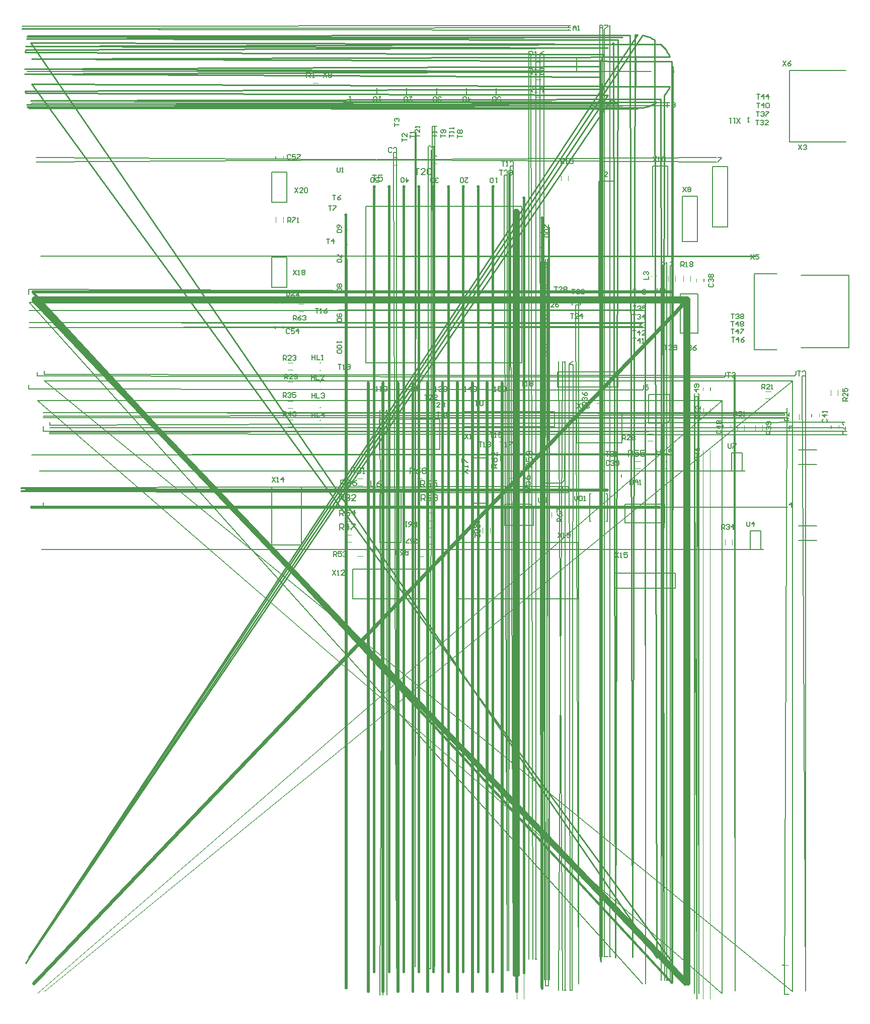
<source format=gto>
%FSTAX24Y24*%
%MOMM*%
%SFA1B1*%

%IPPOS*%
%ADD39C,0.200000*%
%ADD42C,0.599999*%
%ADD45C,0.250000*%
%ADD67C,0.100000*%
%ADD68C,0.102000*%
%ADD69C,0.253999*%
%ADD70C,0.203000*%
%ADD71C,0.127000*%
%ADD72C,0.152000*%
%ADD73C,0.150000*%
%LN769bi_ltdc-1*%
%LPD*%
G36*
X1391829Y15875D02*
X1381669Y158242D01*
Y159258*
X1391829Y15875*
G37*
G54D39*
X1185499Y993999D02*
X1186499D01*
X1185499Y1005999D02*
X1186499D01*
X1036249Y1037249D02*
X1111999D01*
Y1087499*
X1036249D02*
X1111999D01*
X1036249Y1037249D02*
Y1087499D01*
X1409749Y1000979D02*
X1439499D01*
X1409749Y1025979D02*
X1439499D01*
X1409749Y872999D02*
X1439499D01*
X1409749Y897999D02*
X1439499D01*
X680969Y1172429D02*
Y1435429D01*
X943969Y1172429D02*
Y1435429D01*
X680969Y1172429D02*
X943969D01*
X680969Y1435429D02*
X943969D01*
X1210749Y1222249D02*
Y1288249D01*
X1239749Y1222249D02*
Y1288249D01*
X1210749D02*
X1239749D01*
X1210749Y1222249D02*
X1239749D01*
X111125Y1661999D02*
X1136249D01*
X111125D02*
Y1662499D01*
X1161249*
Y1661999D02*
Y1662499D01*
X1136249Y1661999D02*
X1161249D01*
X1136249Y1662499D02*
Y1688249D01*
Y1636249D02*
Y1661999D01*
X1117249Y903249D02*
Y934249D01*
X1184249Y903249D02*
Y934249D01*
X1117249Y903249D02*
X1184249D01*
X1117249Y934249D02*
X1184249D01*
X604249Y1171749D02*
X605249D01*
X604249Y1159749D02*
X605249D01*
X603999Y1139999D02*
X604999D01*
X603999Y1127999D02*
X604999D01*
X603999Y1108499D02*
X604999D01*
X603999Y1096499D02*
X604999D01*
X603999Y1075999D02*
X604999D01*
X603999Y1063999D02*
X604999D01*
X1087749Y905749D02*
Y951749D01*
X1057749D02*
Y905749D01*
X1085499Y951749D02*
X1087749D01*
X1085499Y905749D02*
X1087749D01*
X1057749Y951749D02*
X1059999D01*
X1057749Y905749D02*
X1059999D01*
X658999Y774999D02*
X786999D01*
Y825249*
X658999D02*
X786999D01*
X658999Y774999D02*
Y825249D01*
X522749Y865499D02*
Y963249D01*
Y865499D02*
X572999D01*
Y963249*
X522749D02*
X572999D01*
X1036249Y1664249D02*
Y1684999D01*
Y1664499D02*
Y1685249D01*
X1335249Y1194249D02*
X1373249D01*
X1335249D02*
Y1322249D01*
X1373249*
X1413249Y1319249D02*
X1494249D01*
Y1197249D02*
Y1319249D01*
X1413249Y1197249D02*
X1494249D01*
X843249Y986249D02*
X853249Y992909D01*
X843249D02*
X853249Y986249D01*
Y996249D02*
Y999579D01*
Y997909*
X843249*
X844919Y996249*
X843249Y1004579D02*
Y1011239D01*
X844919*
X851579Y1004579*
X853249*
X1005999Y963999D02*
Y955669D01*
X1007669Y953999*
X1010999*
X1012659Y955669*
Y963999*
X1016Y962329D02*
X1017659Y963999D01*
X1020999*
X1022659Y962329*
Y960659*
X1020999Y958999*
X1022659Y957329*
Y955669*
X1020999Y953999*
X1017659*
X1016Y955669*
Y957329*
X1017659Y958999*
X1016Y960659*
Y962329*
X1017659Y958999D02*
X1020999D01*
X690109Y974029D02*
Y965699D01*
X691769Y964029*
X695099*
X696769Y965699*
Y974029*
X706769D02*
X703429Y972359D01*
X700099Y969029*
Y965699*
X701769Y964029*
X705099*
X706769Y965699*
Y967359*
X705099Y969029*
X700099*
X774449Y940049D02*
Y950049D01*
X779439*
X781109Y948379*
Y945049*
X779439Y943389*
X774449*
X777779D02*
X781109Y940049D01*
X791109Y950049D02*
X787769Y948379D01*
X784439Y945049*
Y941719*
X786109Y940049*
X789439*
X791109Y941719*
Y943389*
X789439Y945049*
X784439*
X794439Y941719D02*
X796109Y940049D01*
X799439*
X801099Y941719*
Y948379*
X799439Y950049*
X796109*
X794439Y948379*
Y946719*
X796109Y945049*
X801099*
X756159Y98552D02*
Y995519D01*
X761159*
X762819Y993849*
Y990519*
X761159Y988849*
X756159*
X759489D02*
X762819Y98552D01*
X772819Y995519D02*
X769489Y993849D01*
X766149Y990519*
Y987189*
X767819Y98552*
X771149*
X772819Y987189*
Y988849*
X771149Y990519*
X766149*
X776149Y993849D02*
X777819Y995519D01*
X781149*
X782819Y993849*
Y992179*
X781149Y990519*
X782819Y988849*
Y987189*
X781149Y98552*
X777819*
X776149Y987189*
Y988849*
X777819Y990519*
X776149Y992179*
Y993849*
X777819Y990519D02*
X781149D01*
X773679Y964179D02*
Y974179D01*
X778679*
X780349Y972509*
Y969179*
X778679Y967519*
X773679*
X777019D02*
X780349Y964179D01*
X790349Y974179D02*
X787009Y972509D01*
X783679Y969179*
Y965849*
X785349Y964179*
X788679*
X790349Y965849*
Y967519*
X788679Y969179*
X783679*
X800339Y974179D02*
X793679D01*
Y969179*
X797009Y970849*
X798679*
X800339Y969179*
Y965849*
X798679Y964179*
X795339*
X793679Y965849*
X902499Y995249D02*
X892499D01*
Y1000249*
X894169Y1001909*
X897499*
X899169Y1000249*
Y995249*
Y998579D02*
X902499Y1001909D01*
X892499Y1011909D02*
X894169Y1008579D01*
X897499Y1005249*
X900829*
X902499Y1006909*
Y1010249*
X900829Y1011909*
X899169*
X897499Y1010249*
Y1005249*
X902499Y1021909D02*
Y1015239D01*
X895839Y1021909*
X894169*
X892499Y1020239*
Y1016909*
X894169Y1015239*
X961249Y996499D02*
X951249D01*
Y1001499*
X952919Y1003159*
X956249*
X957919Y1001499*
Y996499*
Y999829D02*
X961249Y1003159D01*
X951249Y1013159D02*
Y1006499D01*
X956249*
X954589Y1009829*
Y1011499*
X956249Y1013159*
X959579*
X961249Y1011499*
Y1008159*
X959579Y1006499*
Y1016489D02*
X961249Y1018159D01*
Y1021489*
X959579Y1023159*
X952919*
X951249Y1021489*
Y1018159*
X952919Y1016489*
X954589*
X956249Y1018159*
Y1023159*
X957999Y955499D02*
X947999D01*
Y960499*
X949669Y962159*
X952999*
X954669Y960499*
Y955499*
Y958829D02*
X957999Y962159D01*
X947999Y972159D02*
Y965499D01*
X952999*
X951339Y968829*
Y970499*
X952999Y972159*
X956329*
X957999Y970499*
Y967159*
X956329Y965499*
X947999Y982159D02*
X949669Y978829D01*
X952999Y975489*
X956329*
X957999Y977159*
Y980489*
X956329Y982159*
X954669*
X952999Y980489*
Y975489*
X637289Y9144D02*
Y924399D01*
X642279*
X643949Y922729*
Y919399*
X642279Y917729*
X637289*
X640619D02*
X643949Y9144D01*
X653949Y924399D02*
X647279D01*
Y919399*
X650619Y921059*
X652279*
X653949Y919399*
Y916069*
X652279Y9144*
X648949*
X647279Y916069*
X662279Y9144D02*
Y924399D01*
X657279Y919399*
X663939*
X637029Y891289D02*
Y901279D01*
X642029*
X643699Y899619*
Y896279*
X642029Y894619*
X637029*
X640359D02*
X643699Y891289D01*
X652029D02*
Y901279D01*
X647029Y896279*
X653689*
X657029Y901279D02*
X663689D01*
Y899619*
X657029Y892949*
Y891289*
X63754Y940049D02*
Y950049D01*
X642539*
X644199Y948379*
Y945049*
X642539Y943389*
X63754*
X640869D02*
X644199Y940049D01*
X647539Y948379D02*
X649199Y950049D01*
X652539*
X654199Y948379*
Y946719*
X652539Y945049*
X650869*
X652539*
X654199Y943389*
Y941719*
X652539Y940049*
X649199*
X647539Y941719*
X664199Y940049D02*
X657529D01*
X664199Y946719*
Y948379*
X662529Y950049*
X659199*
X657529Y948379*
X656339Y986029D02*
Y996019D01*
X661329*
X662999Y994359*
Y991029*
X661329Y989359*
X656339*
X659669D02*
X662999Y986029D01*
X666329Y994359D02*
X667999Y996019D01*
X671329*
X672999Y994359*
Y992689*
X671329Y991029*
X669659*
X671329*
X672999Y989359*
Y987689*
X671329Y986029*
X667999*
X666329Y987689*
X676329Y986029D02*
X679659D01*
X677999*
Y996019*
X676329Y994359*
X639059Y9652D02*
Y975199D01*
X644059*
X645729Y973529*
Y970199*
X644059Y968529*
X639059*
X642399D02*
X645729Y9652D01*
X655729D02*
X649059D01*
X655729Y971859*
Y973529*
X654059Y975199*
X650729*
X649059Y973529*
X665719Y975199D02*
X662389Y973529D01*
X659059Y970199*
Y966869*
X660719Y9652*
X664059*
X665719Y966869*
Y968529*
X664059Y970199*
X659059*
X764339Y1499049D02*
X770999D01*
X767669*
Y1489059*
X780999D02*
X774329D01*
X780999Y1495719*
Y1497389*
X779329Y1499049*
X775999*
X774329Y1497389*
X784329D02*
X785999Y1499049D01*
X789329*
X790999Y1497389*
Y1490719*
X789329Y1489059*
X785999*
X784329Y1490719*
Y1497389*
X692589Y1487549D02*
X699249D01*
X695919*
Y1477559*
X709249Y1487549D02*
X702579D01*
Y1482559*
X705919Y1484219*
X707579*
X709249Y1482559*
Y1479219*
X707579Y1477559*
X704249*
X702579Y1479219*
X1123439Y1014479D02*
Y1024469D01*
X1128439*
X1130109Y1022809*
Y1019469*
X1128439Y1017809*
X1123439*
X1126769D02*
X1130109Y1014479D01*
X1140099Y1024469D02*
X1133439D01*
Y1019469*
X1136769Y1021139*
X1138439*
X1140099Y1019469*
Y1016139*
X1138439Y1014479*
X1135099*
X1133439Y1016139*
X1150099Y1024469D02*
X1143439D01*
Y1019469*
X1146769Y1021139*
X1148429*
X1150099Y1019469*
Y1016139*
X1148429Y1014479*
X1145099*
X1143439Y1016139*
X1170869Y1026879D02*
Y1016879D01*
Y1021879*
X1177529*
Y1026879*
Y1016879*
X1180859Y1026879D02*
Y1016879D01*
X1187529*
X1197519Y1026879D02*
X1190859D01*
Y1021879*
X1194189Y1023549*
X1195859*
X1197519Y1021879*
Y1018549*
X1195859Y1016879*
X119253*
X1190859Y1018549*
X1338749Y1623999D02*
X1344079D01*
X1341419*
Y1615999*
X1350749D02*
Y1623999D01*
X1346749Y1619999*
X1352079*
X1358739Y1615999D02*
Y1623999D01*
X1354739Y1619999*
X1360079*
X1338749Y1609249D02*
X1344079D01*
X1341419*
Y1601249*
X1350749D02*
Y1609249D01*
X1346749Y1605249*
X1352079*
X1354739Y1607909D02*
X1356079Y1609249D01*
X1358739*
X1360079Y1607909*
Y1602579*
X1358739Y1601249*
X1356079*
X1354739Y1602579*
Y1607909*
X1338249Y1594999D02*
X1343579D01*
X1340919*
Y1586999*
X1346249Y1593659D02*
X1347579Y1594999D01*
X1350249*
X1351579Y1593659*
Y1592329*
X1350249Y1590999*
X1348909*
X1350249*
X1351579Y1589669*
Y1588329*
X1350249Y1586999*
X1347579*
X1346249Y1588329*
X1354239Y1594999D02*
X1359579D01*
Y1593659*
X1354239Y1588329*
Y1586999*
X1336999Y1580499D02*
X1342329D01*
X1339669*
Y1572499*
X1344999Y1579159D02*
X1346329Y1580499D01*
X1348999*
X1350329Y1579159*
Y1577829*
X1348999Y1576499*
X1347659*
X1348999*
X1350329Y1575169*
Y1573829*
X1348999Y1572499*
X1346329*
X1344999Y1573829*
X1358329Y1572499D02*
X1352989D01*
X1358329Y1577829*
Y1579159*
X1356989Y1580499*
X1354329*
X1352989Y1579159*
X1183249Y1201999D02*
X1188579D01*
X1185919*
Y1193999*
X1191249Y1200659D02*
X1192579Y1201999D01*
X1195249*
X1196579Y1200659*
Y1199329*
X1195249Y1197999*
X1193909*
X1195249*
X1196579Y1196669*
Y1195329*
X1195249Y1193999*
X1192579*
X1191249Y1195329*
X1199239D02*
X1200579Y1193999D01*
X1203239*
X1204579Y1195329*
Y1200659*
X1203239Y1201999*
X1200579*
X1199239Y1200659*
Y1199329*
X1200579Y1197999*
X1204579*
X1215999Y1201499D02*
X1221329D01*
X1218669*
Y1193499*
X1223999Y1200159D02*
X1225329Y1201499D01*
X1227999*
X1229329Y1200159*
Y1198829*
X1227999Y1197499*
X1226659*
X1227999*
X1229329Y1196169*
Y1194829*
X1227999Y1193499*
X1225329*
X1223999Y1194829*
X1237329Y1201499D02*
X1234659Y1200159D01*
X1231989Y1197499*
Y1194829*
X1233329Y1193499*
X1235989*
X1237329Y1194829*
Y1196169*
X1235989Y1197499*
X1231989*
X1084999Y1022999D02*
X1090329D01*
X1087669*
Y1014999*
X1092999Y1021659D02*
X1094329Y1022999D01*
X1096999*
X1098329Y1021659*
Y1020329*
X1096999Y1018999*
X1095659*
X1096999*
X1098329Y1017669*
Y1016329*
X1096999Y1014999*
X1094329*
X1092999Y1016329*
X1100989Y1014999D02*
X1103659D01*
X1102329*
Y1022999*
X1100989Y1021659*
X1383279Y1679829D02*
X1388619Y1671829D01*
Y1679829D02*
X1383279Y1671829D01*
X1396609Y1679829D02*
X1393949Y1678489D01*
X1391279Y1675829*
Y1673159*
X1392609Y1671829*
X1395279*
X1396609Y1673159*
Y1674489*
X1395279Y1675829*
X1391279*
X1329179Y1354449D02*
X1334509Y1346449D01*
Y1354449D02*
X1329179Y1346449D01*
X1342509Y1354449D02*
X1337179D01*
Y1350449*
X133985Y1351789*
X1341179*
X1342509Y1350449*
Y1347789*
X1341179Y1346449*
X1338509*
X1337179Y1347789*
X126619Y1517769D02*
X1271519Y1509779D01*
Y1517769D02*
X126619Y1509779D01*
X1274189Y1517769D02*
X1279519D01*
Y1516439*
X1274189Y1511109*
Y1509779*
X800749Y1089249D02*
X806079D01*
X803419*
Y1081249*
X814079D02*
X808749D01*
X814079Y1086579*
Y1087909*
X812749Y1089249*
X810079*
X808749Y1087909*
X822079Y1089249D02*
X816739D01*
Y1085249*
X819409Y1086579*
X820739*
X822079Y1085249*
Y1082579*
X820739Y1081249*
X818079*
X816739Y1082579*
X792749Y1105249D02*
X798079D01*
X795419*
Y1097249*
X806079D02*
X800749D01*
X806079Y1102579*
Y1103909*
X804749Y1105249*
X802079*
X800749Y1103909*
X808739D02*
X810079Y1105249D01*
X812739*
X814079Y1103909*
Y1102579*
X812739Y1101249*
X811409*
X812739*
X814079Y1099919*
Y1098579*
X812739Y1097249*
X810079*
X808739Y1098579*
X909569Y1511419D02*
X914909D01*
X912239*
Y1503429*
X917569D02*
X920239D01*
X918899*
Y1511419*
X917569Y1510089*
X929569Y1503429D02*
X924239D01*
X929569Y150876*
Y1510089*
X928229Y1511419*
X925569*
X924239Y1510089*
X1027749Y1295749D02*
X1033079D01*
X1030419*
Y1287749*
X1035749Y1294409D02*
X1037079Y1295749D01*
X1039749*
X1041079Y1294409*
Y1293079*
X1039749Y1291749*
X1038409*
X1039749*
X1041079Y1290419*
Y1289079*
X1039749Y1287749*
X1037079*
X1035749Y1289079*
X1043739Y1294409D02*
X1045079Y1295749D01*
X1047739*
X1049079Y1294409*
Y1289079*
X1047739Y1287749*
X1045079*
X1043739Y1289079*
Y1294409*
X779969Y1118029D02*
X785299D01*
X782639*
Y1110029*
X793299D02*
X787969D01*
X793299Y1115359*
Y1116689*
X791969Y1118029*
X789299*
X787969Y1116689*
X801299Y1110029D02*
X795969D01*
X801299Y1115359*
Y1116689*
X799959Y1118029*
X797299*
X795969Y1116689*
X1025499Y1254749D02*
X1030829D01*
X1028169*
Y1246749*
X1038829D02*
X1033499D01*
X1038829Y1252079*
Y1253409*
X1037499Y1254749*
X1034829*
X1033499Y1253409*
X1045489Y1246749D02*
Y1254749D01*
X1041489Y1250749*
X1046829*
X634749Y1169249D02*
X64008D01*
X637419*
Y1161249*
X642749D02*
X645409D01*
X644079*
Y1169249*
X642749Y1167909*
X649409Y1162579D02*
X650739Y1161249D01*
X653409*
X654739Y1162579*
Y1167909*
X653409Y1169249*
X650739*
X649409Y1167909*
Y1166579*
X650739Y1165249*
X654739*
X906019Y1496179D02*
X911349D01*
X908679*
Y1488189*
X919349D02*
X914019D01*
X919349Y149352*
Y1494849*
X918009Y1496179*
X915349*
X914019Y1494849*
X922009Y1489519D02*
X923349Y1488189D01*
X926009*
X927339Y1489519*
Y1494849*
X926009Y1496179*
X923349*
X922009Y1494849*
Y149352*
X923349Y1492179*
X927339*
X764249Y1551499D02*
Y1556829D01*
Y1554169*
X772249*
Y1564829D02*
Y1559499D01*
X766919Y1564829*
X765589*
X764249Y1563499*
Y156083*
X765589Y1559499*
X772249Y1567489D02*
Y1570159D01*
Y1568829*
X764249*
X765589Y1567489*
X942499Y1141499D02*
X947829D01*
X945169*
Y1133499*
X950499D02*
X953159D01*
X951829*
Y1141499*
X950499Y1140159*
X957159D02*
X958489Y1141499D01*
X961159*
X962489Y1140159*
Y1138829*
X961159Y1137499*
X962489Y1136169*
Y1134829*
X961159Y1133499*
X958489*
X957159Y1134829*
Y1136169*
X958489Y1137499*
X957159Y1138829*
Y1140159*
X958489Y1137499D02*
X961159D01*
X907249Y1038999D02*
X912579D01*
X909919*
Y1030999*
X915249D02*
X917909D01*
X916579*
Y1038999*
X915249Y1037659*
X921909Y1038999D02*
X927239D01*
Y1037659*
X921909Y1032329*
Y1030999*
X890249Y1054499D02*
X895579D01*
X892919*
Y1046499*
X898249D02*
X900909D01*
X899579*
Y1054499*
X898249Y1053159*
X910239Y1054499D02*
X904909D01*
Y1050499*
X907579Y1051829*
X908909*
X910239Y1050499*
Y1047829*
X908909Y1046499*
X906239*
X904909Y1047829*
X871249Y1038749D02*
X876579D01*
X873919*
Y1030749*
X879249D02*
X881909D01*
X880579*
Y1038749*
X879249Y1037409*
X885909D02*
X887239Y1038749D01*
X889909*
X891239Y1037409*
Y1036079*
X889909Y1034749*
X888579*
X889909*
X891239Y1033419*
Y1032079*
X889909Y1030749*
X887239*
X885909Y1032079*
X858499Y1108499D02*
X863829D01*
X861169*
Y1100499*
X866499D02*
X869159D01*
X867829*
Y1108499*
X866499Y1107159*
X873159D02*
X874489Y1108499D01*
X877159*
X878489Y1107159*
Y1101829*
X877159Y1100499*
X874489*
X873159Y1101829*
Y1107159*
X729499Y1570249D02*
Y1575579D01*
Y1572919*
X737499*
X730839Y1578249D02*
X729499Y1579579D01*
Y1582249*
X730839Y1583579*
X732169*
X733499Y1582249*
Y1580909*
Y1582249*
X734829Y1583579*
X736169*
X737499Y1582249*
Y1579579*
X736169Y1578249*
X742499Y1544499D02*
Y1549829D01*
Y1547169*
X750499*
Y1557829D02*
Y1552499D01*
X745169Y1557829*
X743839*
X742499Y1556499*
Y1553829*
X743839Y1552499*
X755999Y1550499D02*
Y1555829D01*
Y1553169*
X763999*
Y1558499D02*
Y1561159D01*
Y1559829*
X755999*
X757339Y1558499*
X1009899Y1507239D02*
Y1515229D01*
X1013899*
X1015239Y1513899*
Y1511229*
X1013899Y1509899*
X1009899*
X1012569D02*
X1015239Y1507239D01*
X1017899D02*
X1020569D01*
X1019229*
Y1515229*
X1017899Y1513899*
X1024569D02*
X1025899Y1515229D01*
X1028559*
X1029899Y1513899*
Y1508569*
X1028559Y1507239*
X1025899*
X1024569Y1508569*
Y1513899*
X1148749Y1312249D02*
X1156749D01*
Y1317579*
X1150089Y1320249D02*
X1148749Y1321579D01*
Y1324249*
X1150089Y1325579*
X1151419*
X1152749Y1324249*
Y1322909*
Y1324249*
X1154079Y1325579*
X1155419*
X1156749Y1324249*
Y1321579*
X1155419Y1320249*
X792999Y1551249D02*
Y1556579D01*
Y1553919*
X800999*
Y1559249D02*
Y1561909D01*
Y1560579*
X792999*
X794339Y1559249*
X800999Y1569909D02*
X792999D01*
X796999Y156591*
Y1571239*
X821499Y1550999D02*
Y1556329D01*
Y1553669*
X829499*
Y1558999D02*
Y1561659D01*
Y1560329*
X821499*
X822839Y1558999*
X829499Y1565659D02*
Y1568329D01*
Y1566989*
X821499*
X822839Y1565659*
X807749Y1550999D02*
Y1556329D01*
Y1553669*
X815749*
X814419Y1558999D02*
X815749Y1560329D01*
Y1562999*
X814419Y1564329*
X809089*
X807749Y1562999*
Y1560329*
X809089Y1558999*
X810419*
X811749Y1560329*
Y1564329*
X835749Y1550499D02*
Y1555829D01*
Y1553169*
X843749*
X837089Y1558499D02*
X835749Y1559829D01*
Y1562499*
X837089Y1563829*
X838419*
X839749Y1562499*
X841079Y1563829*
X842419*
X843749Y1562499*
Y1559829*
X842419Y1558499*
X841079*
X839749Y1559829*
X838419Y1558499*
X837089*
X839749Y1559829D02*
Y1562499D01*
X1130749Y1281749D02*
X1136079D01*
X1133419*
Y1273749*
X1142749D02*
Y1281749D01*
X1138749Y1277749*
X1144079*
X1152079Y1281749D02*
X1146739D01*
Y1277749*
X1149409Y1279079*
X1150739*
X1152079Y1277749*
Y127508*
X1150739Y1273749*
X114808*
X1146739Y127508*
X1130999Y1295499D02*
X1136329D01*
X1133669*
Y1287499*
X1143D02*
Y1295499D01*
X1138999Y1291499*
X1144329*
X1146989Y1294159D02*
X1148329Y1295499D01*
X1150989*
X1152329Y1294159*
Y1292829*
X1150989Y1291499*
X1149659*
X1150989*
X1152329Y1290169*
Y1288829*
X1150989Y1287499*
X1148329*
X1146989Y1288829*
X1295749Y1254249D02*
X1301079D01*
X1298419*
Y1246249*
X1303749Y1252909D02*
X1305079Y1254249D01*
X1307749*
X1309079Y1252909*
Y1251579*
X1307749Y1250249*
X1306409*
X1307749*
X1309079Y1248919*
Y1247579*
X1307749Y1246249*
X1305079*
X1303749Y1247579*
X1311739Y1252909D02*
X1313079Y1254249D01*
X1315739*
X1317079Y1252909*
Y1251579*
X1315739Y1250249*
X1317079Y1248919*
Y1247579*
X1315739Y1246249*
X1313079*
X1311739Y1247579*
Y1248919*
X1313079Y1250249*
X1311739Y1251579*
Y1252909*
X1313079Y1250249D02*
X1315739D01*
X984499Y1274249D02*
X989829D01*
X987169*
Y1266249*
X997829D02*
X992499D01*
X997829Y1271579*
Y1272909*
X996499Y1274249*
X993829*
X992499Y1272909*
X1005829Y1274249D02*
X1003159Y1272909D01*
X1000489Y1270249*
Y1267579*
X1001829Y1266249*
X1004489*
X1005829Y1267579*
Y1268919*
X1004489Y1270249*
X1000489*
X998249Y1299749D02*
X1003579D01*
X1000919*
Y1291749*
X1011579D02*
X1006249D01*
X1011579Y1297079*
Y1298409*
X1010249Y1299749*
X1007579*
X1006249Y1298409*
X1014239D02*
X1015579Y1299749D01*
X1018239*
X1019579Y1298409*
Y1297079*
X1018239Y1295749*
X1019579Y1294419*
Y1293079*
X1018239Y1291749*
X1015579*
X1014239Y1293079*
Y1294419*
X1015579Y1295749*
X1014239Y1297079*
Y1298409*
X1015579Y1295749D02*
X1018239D01*
X596249Y1263499D02*
X601579D01*
X598919*
Y1255499*
X604249D02*
X606909D01*
X605579*
Y1263499*
X604249Y1262159*
X616239Y1263499D02*
X613579Y1262159D01*
X610909Y1259499*
Y1256829*
X612239Y1255499*
X614909*
X616239Y1256829*
Y1258169*
X614909Y1259499*
X610909*
X615179Y1380569D02*
X620509D01*
X617849*
Y1372569*
X627179D02*
Y1380569D01*
X623179Y1376569*
X628509*
X1130749Y1267749D02*
X1136079D01*
X1133419*
Y1259749*
X1138749Y1266409D02*
X1140079Y1267749D01*
X1142749*
X1144079Y1266409*
Y1265079*
X1142749Y1263749*
X1141409*
X1142749*
X1144079Y1262419*
Y1261079*
X1142749Y1259749*
X1140079*
X1138749Y1261079*
X1152079Y1267749D02*
X1146739D01*
Y1263749*
X1149409Y1265079*
X1150739*
X1152079Y1263749*
Y1261079*
X1150739Y1259749*
X114808*
X1146739Y1261079*
X1130249Y1253499D02*
X1135579D01*
X1132919*
Y1245499*
X1138249Y1252159D02*
X1139579Y1253499D01*
X1142249*
X1143579Y1252159*
Y1250829*
X1142249Y1249499*
X1140909*
X1142249*
X1143579Y1248169*
Y1246829*
X1142249Y1245499*
X1139579*
X1138249Y1246829*
X1150239Y1245499D02*
Y1253499D01*
X1146239Y1249499*
X1151579*
X1130749Y1239749D02*
X1136079D01*
X1133419*
Y1231749*
X1138749Y1238409D02*
X1140079Y1239749D01*
X1142749*
X1144079Y1238409*
Y1237079*
X1142749Y1235749*
X1141409*
X1142749*
X1144079Y1234419*
Y1233079*
X1142749Y1231749*
X1140079*
X1138749Y1233079*
X1146739Y1238409D02*
X114808Y1239749D01*
X1150739*
X1152079Y1238409*
Y1237079*
X1150739Y1235749*
X1149409*
X1150739*
X1152079Y1234419*
Y1233079*
X1150739Y1231749*
X114808*
X1146739Y1233079*
X1295499Y1241499D02*
X1300829D01*
X1298169*
Y1233499*
X1307499D02*
Y1241499D01*
X1303499Y1237499*
X1308829*
X1311489Y1240159D02*
X1312829Y1241499D01*
X1315489*
X1316829Y1240159*
Y1238829*
X1315489Y1237499*
X1316829Y1236169*
Y1234829*
X1315489Y1233499*
X1312829*
X1311489Y1234829*
Y1236169*
X1312829Y1237499*
X1311489Y1238829*
Y1240159*
X1312829Y1237499D02*
X1315489D01*
X1295749Y1228999D02*
X1301079D01*
X1298419*
Y1220999*
X1307749D02*
Y1228999D01*
X1303749Y1224999*
X1309079*
X1311739Y1228999D02*
X1317079D01*
Y1227659*
X1311739Y1222329*
Y1220999*
X1296499Y1214999D02*
X1301829D01*
X1299169*
Y1206999*
X1308499D02*
Y1214999D01*
X1304499Y1210999*
X1309829*
X1317829Y1214999D02*
X1315159Y1213659D01*
X1312489Y1210999*
Y1208329*
X1313829Y1206999*
X1316489*
X1317829Y1208329*
Y1209669*
X1316489Y1210999*
X1312489*
X1130249Y1226499D02*
X1135579D01*
X1132919*
Y1218499*
X1142249D02*
Y1226499D01*
X1138249Y1222499*
X1143579*
X1151579Y1218499D02*
X1146239D01*
X1151579Y1223829*
Y1225159*
X1150239Y1226499*
X1147579*
X1146239Y1225159*
X1130499Y1213249D02*
X1135829D01*
X1133169*
Y1205249*
X1142499D02*
Y1213249D01*
X1138499Y1209249*
X1143829*
X1146489Y1205249D02*
X1149159D01*
X1147829*
Y1213249*
X1146489Y1211909*
X618219Y1436249D02*
X623549D01*
X620889*
Y1428249*
X626219Y1436249D02*
X631549D01*
Y1434909*
X626219Y1429579*
Y1428249*
X625499Y1453999D02*
X630829D01*
X628169*
Y1445999*
X638829Y1453999D02*
X636159Y1452659D01*
X633499Y1449999*
Y1447329*
X634829Y1445999*
X637499*
X638829Y1447329*
Y1448669*
X637499Y1449999*
X633499*
X610249Y1660249D02*
X615579Y1652249D01*
Y1660249D02*
X610249Y1652249D01*
X618249Y1653579D02*
X619579Y1652249D01*
X622249*
X623579Y1653579*
Y1658909*
X622249Y1660249*
X619579*
X618249Y1658909*
Y1657579*
X619579Y1656249*
X623579*
X1491999Y1107999D02*
X1483999D01*
Y1111999*
X1485339Y1113329*
X1487999*
X1489329Y1111999*
Y1107999*
Y1110669D02*
X1491999Y1113329D01*
Y1121329D02*
Y1115999D01*
X1486669Y1121329*
X1485339*
X1483999Y1119999*
Y1117329*
X1485339Y1115999*
X1483999Y1129329D02*
Y1123989D01*
X1487999*
X1486669Y1126659*
Y1127989*
X1487999Y1129329*
X1490669*
X1491999Y1127989*
Y1125329*
X1490669Y1123989*
X1393499Y1074749D02*
X1385499D01*
Y1078749*
X138684Y1080079*
X1389499*
X1390829Y1078749*
Y1074749*
Y1077419D02*
X1393499Y1080079D01*
Y1088079D02*
Y1082749D01*
X1388169Y1088079*
X138684*
X1385499Y1086749*
Y1084079*
X138684Y1082749*
X1393499Y109474D02*
X1385499D01*
X1389499Y1090739*
Y1096079*
X1235089Y1120329D02*
X1233749Y1118999D01*
Y111633*
X1235089Y1114999*
X1240419*
X1241749Y111633*
Y1118999*
X1240419Y1120329*
X1241749Y1126999D02*
X1233749D01*
X1237749Y1122999*
Y1128329*
X1240419Y1130989D02*
X1241749Y1132329D01*
Y1134989*
X1240419Y1136329*
X1235089*
X1233749Y1134989*
Y1132329*
X1235089Y1130989*
X1236419*
X1237749Y1132329*
Y1136329*
X1485589Y1056579D02*
X1484249Y1055249D01*
Y1052579*
X1485589Y1051249*
X1490919*
X149225Y1052579*
Y1055249*
X1490919Y1056579*
X149225Y1063249D02*
X1484249D01*
X1488249Y1059249*
Y1064579*
X149225Y1072579D02*
Y1067239D01*
X1486919Y1072579*
X1485589*
X1484249Y1071239*
Y1068579*
X1485589Y1067239*
X1272589Y1058579D02*
X1271249Y1057249D01*
Y1054579*
X1272589Y1053249*
X1277919*
X1279249Y1054579*
Y1057249*
X1277919Y1058579*
X1279249Y1065249D02*
X1271249D01*
X1275249Y1061249*
Y1066579*
X1272589Y1069239D02*
X1271249Y1070579D01*
Y1073239*
X1272589Y1074579*
X1273919*
X1275249Y1073239*
X1276579Y1074579*
X1277919*
X1279249Y1073239*
Y1070579*
X1277919Y1069239*
X1276579*
X1275249Y1070579*
X1273919Y1069239*
X1272589*
X1275249Y1070579D02*
Y1073239D01*
X1450589Y1077579D02*
X1449249Y1076249D01*
Y1073579*
X1450589Y1072249*
X1455919*
X1457249Y1073579*
Y1076249*
X1455919Y1077579*
X1457249Y1084249D02*
X1449249D01*
X1453249Y1080249*
Y1085579*
X1457249Y1088239D02*
Y1090909D01*
Y1089579*
X1449249*
X1450589Y1088239*
X1101339Y852799D02*
X1106679Y844799D01*
Y852799D02*
X1101339Y844799D01*
X1109339D02*
X1112009D01*
X1110669*
Y852799*
X1109339Y851469*
X1121339Y852799D02*
X1116009D01*
Y848799*
X1118669Y850139*
X1119999*
X1121339Y848799*
Y846139*
X1119999Y844799*
X1117339*
X1116009Y846139*
X102743Y1738439D02*
X1026089Y1739769D01*
X1023429*
X1022099Y1738439*
Y1737099*
X1023429Y1735769*
X1026089*
X102743Y1734439*
Y1733099*
X1026089Y1731769*
X1023429*
X1022099Y1733099*
X1030089Y1731769D02*
Y1737099D01*
X1032759Y1739769*
X1035429Y1737099*
Y1731769*
Y1735769*
X1030089*
X1038089Y1731769D02*
X1040759D01*
X1039419*
Y1739769*
X1038089Y1738439*
X1091079Y1006409D02*
X1089749Y1007749D01*
X1087079*
X1085749Y1006409*
Y1001079*
X1087079Y999749*
X1089749*
X1091079Y1001079*
X1093749Y1006409D02*
X1095079Y1007749D01*
X1097749*
X1099079Y1006409*
Y1005079*
X1097749Y1003749*
X1096409*
X1097749*
X1099079Y1002419*
Y1001079*
X1097749Y999749*
X1095079*
X1093749Y1001079*
X1101739D02*
X1103079Y999749D01*
X1105739*
X1107079Y1001079*
Y1006409*
X1105739Y1007749*
X1103079*
X1101739Y1006409*
Y1005079*
X1103079Y1003749*
X1107079*
X1165099Y1519039D02*
X1170429Y1511049D01*
Y1519039D02*
X1165099Y1511049D01*
X1173099D02*
X1175759D01*
X1174429*
Y1519039*
X1173099Y1517709*
X1179759D02*
X1181089Y1519039D01*
X1183759*
X1185089Y1517709*
Y1512379*
X1183759Y1511049*
X1181089*
X1179759Y1512379*
Y1517709*
X523749Y979799D02*
X529079Y971799D01*
Y979799D02*
X523749Y971799D01*
X531749D02*
X534409D01*
X533079*
Y979799*
X531749Y978469*
X542409Y971799D02*
Y979799D01*
X538409Y975799*
X543739*
X625499Y822999D02*
X630829Y814999D01*
Y822999D02*
X625499Y814999D01*
X633499D02*
X636159D01*
X634829*
Y822999*
X633499Y821659*
X645489Y814999D02*
X640159D01*
X645489Y820329*
Y821659*
X644159Y822999*
X641489*
X640159Y821659*
X1214879Y1467989D02*
X1220209Y1459989D01*
Y1467989D02*
X1214879Y1459989D01*
X1222879Y1466659D02*
X1224209Y1467989D01*
X1226879*
X1228209Y1466659*
Y1465319*
X1226879Y1463989*
X1228209Y1462659*
Y1461319*
X1226879Y1459989*
X1224209*
X1222879Y1461319*
Y1462659*
X1224209Y1463989*
X1222879Y1465319*
Y1466659*
X1224209Y1463989D02*
X1226879D01*
X561999Y1466499D02*
X567329Y1458499D01*
Y1466499D02*
X561999Y1458499D01*
X575329D02*
X569999D01*
X575329Y1463829*
Y1465159*
X573999Y1466499*
X571329*
X569999Y1465159*
X577989D02*
X579329Y1466499D01*
X581989*
X583329Y1465159*
Y1459829*
X581989Y1458499*
X579329*
X577989Y1459829*
Y1465159*
X558999Y1328249D02*
X564329Y1320249D01*
Y1328249D02*
X558999Y1320249D01*
X566999D02*
X569659D01*
X568329*
Y1328249*
X566999Y1326909*
X573659D02*
X574989Y1328249D01*
X577659*
X578989Y1326909*
Y1325579*
X577659Y1324249*
X578989Y1322919*
Y1321579*
X577659Y1320249*
X574989*
X573659Y1321579*
Y1322919*
X574989Y1324249*
X573659Y1325579*
Y1326909*
X574989Y1324249D02*
X577659D01*
X1188469Y1602229D02*
Y1610229D01*
X1192459*
X11938Y1608899*
Y1606229*
X1192459Y1604899*
X1188469*
X1191129D02*
X11938Y1602229D01*
X1196459Y1608899D02*
X1197799Y1610229D01*
X1200459*
X1201789Y1608899*
Y1607559*
X1200459Y1606229*
X1199129*
X1200459*
X1201789Y1604899*
Y1603559*
X1200459Y1602229*
X1197799*
X1196459Y1603559*
X865349Y899799D02*
X873349D01*
Y895799*
X872009Y894469*
X869349*
X868019Y895799*
Y899799*
Y897129D02*
X865349Y894469D01*
X873349Y891799D02*
Y886469D01*
X872009*
X866679Y891799*
X865349*
Y878469D02*
Y883809D01*
X870679Y878469*
X872009*
X873349Y879809*
Y882469*
X872009Y883809*
X872499Y885999D02*
X864499D01*
Y889999*
X865839Y891329*
X868499*
X869829Y889999*
Y885999*
Y888669D02*
X872499Y891329D01*
X864499Y893999D02*
Y899329D01*
X865839*
X871169Y893999*
X872499*
X865839Y901989D02*
X864499Y903329D01*
Y905989*
X865839Y907329*
X871169*
X872499Y905989*
Y903329*
X871169Y901989*
X865839*
X1011349Y905049D02*
X1003349D01*
Y909049*
X1004689Y910379*
X1007349*
X1008679Y909049*
Y905049*
Y907719D02*
X1011349Y910379D01*
X1003349Y918379D02*
X1004689Y915709D01*
X1007349Y913049*
X1010019*
X1011349Y914379*
Y917049*
X1010019Y918379*
X1008679*
X1007349Y917049*
Y913049*
X1003349Y921039D02*
Y926379D01*
X1004689*
X1010019Y921039*
X1011349*
X766499Y904249D02*
Y896249D01*
X762499*
X761169Y897589*
Y900249*
X762499Y901579*
X766499*
X763829D02*
X761169Y904249D01*
X753169Y896249D02*
X755839Y897589D01*
X758499Y900249*
Y902919*
X757169Y904249*
X754499*
X753169Y902919*
Y901579*
X754499Y900249*
X758499*
X750509Y904249D02*
X747839D01*
X749169*
Y896249*
X750509Y897589*
X752749Y856249D02*
Y848249D01*
X748749*
X747419Y849589*
Y852249*
X748749Y853579*
X752749*
X750079D02*
X747419Y856249D01*
X739419Y848249D02*
X742089Y849589D01*
X744749Y852249*
Y854919*
X743419Y856249*
X740749*
X739419Y854919*
Y853579*
X740749Y852249*
X744749*
X736759Y849589D02*
X735419Y848249D01*
X732759*
X731419Y849589*
Y854919*
X732759Y856249*
X735419*
X736759Y854919*
Y849589*
X542499Y1081999D02*
Y1089999D01*
X546499*
X547829Y1088659*
Y1085999*
X546499Y1084669*
X542499*
X545169D02*
X547829Y1081999D01*
X554499D02*
Y1089999D01*
X550499Y1085999*
X555829*
X558489Y1088659D02*
X559829Y1089999D01*
X562489*
X563829Y1088659*
Y1083329*
X562489Y1081999*
X559829*
X558489Y1083329*
Y1088659*
X1244499Y1078249D02*
X1236499D01*
Y1082249*
X1237839Y1083579*
X1240499*
X1241829Y1082249*
Y1078249*
Y1080919D02*
X1244499Y1083579D01*
X1236499Y1091579D02*
Y1086249D01*
X1240499*
X1239169Y1088909*
Y1090249*
X1240499Y1091579*
X1243169*
X1244499Y1090249*
Y1087579*
X1243169Y1086249*
X1244499Y1099579D02*
Y1094239D01*
X1239169Y1099579*
X1237839*
X1236499Y1098239*
Y1095579*
X1237839Y1094239*
X1300499Y1082249D02*
Y1090249D01*
X1304499*
X1305829Y1088909*
Y1086249*
X1304499Y1084919*
X1300499*
X1303169D02*
X1305829Y1082249D01*
X1313829Y1090249D02*
X1308499D01*
Y1086249*
X1311159Y1087579*
X1312499*
X1313829Y1086249*
Y1083579*
X1312499Y1082249*
X1309829*
X1308499Y1083579*
X1316489Y1082249D02*
X1319159D01*
X1317829*
Y1090249*
X1316489Y1088909*
X541999Y1113749D02*
Y1121749D01*
X545999*
X547329Y1120409*
Y1117749*
X545999Y1116419*
X541999*
X544669D02*
X547329Y1113749D01*
X549999Y1120409D02*
X551329Y1121749D01*
X553999*
X555329Y1120409*
Y1119079*
X553999Y1117749*
X552659*
X553999*
X555329Y1116419*
Y1115079*
X553999Y1113749*
X551329*
X549999Y1115079*
X563329Y1121749D02*
X557989D01*
Y1117749*
X560659Y1119079*
X561989*
X563329Y1117749*
Y1115079*
X561989Y1113749*
X559329*
X557989Y1115079*
X626999Y846499D02*
Y854499D01*
X630999*
X632329Y853159*
Y850499*
X630999Y849169*
X626999*
X629669D02*
X632329Y846499D01*
X640329Y854499D02*
X635D01*
Y850499*
X637659Y851829*
X638999*
X640329Y850499*
Y847829*
X638999Y846499*
X636329*
X635Y847829*
X642989Y853159D02*
X644329Y854499D01*
X646989*
X648329Y853159*
Y851829*
X646989Y850499*
X645659*
X646989*
X648329Y849169*
Y847829*
X646989Y846499*
X644329*
X642989Y847829*
X544749Y1144749D02*
Y1152749D01*
X548749*
X550079Y1151409*
Y1148749*
X548749Y1147419*
X544749*
X547419D02*
X550079Y1144749D01*
X558079D02*
X552749D01*
X558079Y1150079*
Y1151409*
X556749Y1152749*
X554079*
X552749Y1151409*
X560739Y1146079D02*
X562079Y1144749D01*
X564739*
X566079Y1146079*
Y1151409*
X564739Y1152749*
X562079*
X560739Y1151409*
Y1150079*
X562079Y1148749*
X566079*
X1242749Y1007999D02*
X1234749D01*
Y1011999*
X1236089Y1013329*
X1238749*
X1240079Y1011999*
Y1007999*
Y1010669D02*
X1242749Y1013329D01*
Y1019999D02*
X1234749D01*
X1238749Y1016*
Y1021329*
X1234749Y1029329D02*
X1236089Y1026659D01*
X1238749Y1023989*
X1241419*
X1242749Y1025329*
Y1027989*
X1241419Y1029329*
X1240079*
X1238749Y1027989*
Y1023989*
X1279749Y891999D02*
Y899999D01*
X1283749*
X1285079Y898659*
Y895999*
X1283749Y894669*
X1279749*
X1282419D02*
X1285079Y891999D01*
X1287749Y898659D02*
X1289079Y899999D01*
X1291749*
X1293079Y898659*
Y897329*
X1291749Y895999*
X1290409*
X1291749*
X1293079Y894669*
Y893329*
X1291749Y891999*
X1289079*
X1287749Y893329*
X1299739Y891999D02*
Y899999D01*
X1295739Y895999*
X1301079*
X542249Y1176499D02*
Y1184499D01*
X546249*
X547579Y1183159*
Y1180499*
X546249Y1179169*
X542249*
X544919D02*
X547579Y1176499D01*
X555579D02*
X550249D01*
X555579Y1181829*
Y1183159*
X554249Y1184499*
X551579*
X550249Y1183159*
X558239D02*
X559579Y1184499D01*
X562239*
X563579Y1183159*
Y1181829*
X562239Y1180499*
X560909*
X562239*
X563579Y1179169*
Y1177829*
X562239Y1176499*
X559579*
X558239Y1177829*
X1362999Y1051749D02*
X1354999D01*
Y1055749*
X1356339Y1057079*
X1358999*
X1360329Y1055749*
Y1051749*
Y1054419D02*
X1362999Y1057079D01*
X1356339Y1059749D02*
X1354999Y1061079D01*
Y1063749*
X1356339Y1065079*
X1357669*
X1358999Y1063749*
Y1062409*
Y1063749*
X1360329Y1065079*
X1361669*
X1362999Y1063749*
Y1061079*
X1361669Y1059749*
Y1067739D02*
X1362999Y1069079D01*
Y1071739*
X1361669Y1073079*
X1356339*
X1354999Y1071739*
Y1069079*
X1356339Y1067739*
X1357669*
X1358999Y1069079*
Y1073079*
X1347499Y1127999D02*
Y1135999D01*
X1351499*
X1352829Y1134659*
Y1131999*
X1351499Y1130669*
X1347499*
X1350169D02*
X1352829Y1127999D01*
X1360829D02*
X1355499D01*
X1360829Y1133329*
Y1134659*
X1359499Y1135999*
X1356829*
X1355499Y1134659*
X1363489Y1127999D02*
X1366159D01*
X1364829*
Y1135999*
X1363489Y1134659*
X1211499Y1333999D02*
Y1341999D01*
X1215499*
X1216829Y1340659*
Y1337999*
X1215499Y1336669*
X1211499*
X1214169D02*
X1216829Y1333999D01*
X1219499D02*
X1222159D01*
X1220829*
Y1341999*
X1219499Y1340659*
X1226159D02*
X1227489Y1341999D01*
X1230159*
X1231489Y1340659*
Y1339329*
X1230159Y1337999*
X1231489Y1336669*
Y1335329*
X1230159Y1333999*
X1227489*
X1226159Y1335329*
Y1336669*
X1227489Y1337999*
X1226159Y1339329*
Y1340659*
X1227489Y1337999D02*
X1230159D01*
X1178499Y13335D02*
Y1341499D01*
X1182499*
X1183829Y1340159*
Y1337499*
X1182499Y1336169*
X1178499*
X1181169D02*
X1183829Y13335D01*
X1186499D02*
X1189159D01*
X1187829*
Y1341499*
X1186499Y1340159*
X1193159Y1341499D02*
X1198489D01*
Y1340159*
X1193159Y1334829*
Y13335*
X549749Y1408499D02*
Y1416499D01*
X553749*
X555079Y1415159*
Y1412499*
X553749Y1411169*
X549749*
X552419D02*
X555079Y1408499D01*
X557749Y1416499D02*
X563079D01*
Y1415159*
X557749Y1409829*
Y1408499*
X565739D02*
X568409D01*
X567079*
Y1416499*
X565739Y1415159*
X547999Y1281749D02*
Y1289749D01*
X551999*
X553329Y1288409*
Y1285749*
X551999Y1284419*
X547999*
X550669D02*
X553329Y1281749D01*
X561329Y1289749D02*
X558659Y1288409D01*
X555999Y1285749*
Y1283079*
X557329Y1281749*
X559999*
X561329Y1283079*
Y1284419*
X559999Y1285749*
X555999*
X567989Y1281749D02*
Y1289749D01*
X563989Y1285749*
X569329*
X558999Y1243749D02*
Y1251749D01*
X562999*
X564329Y1250409*
Y1247749*
X562999Y1246419*
X558999*
X561669D02*
X564329Y1243749D01*
X572329Y1251749D02*
X569659Y1250409D01*
X566999Y1247749*
Y1245079*
X568329Y1243749*
X570999*
X572329Y1245079*
Y1246419*
X570999Y1247749*
X566999*
X574989Y1250409D02*
X576329Y1251749D01*
X578989*
X580329Y1250409*
Y1249079*
X578989Y1247749*
X577659*
X578989*
X580329Y1246419*
Y1245079*
X578989Y1243749*
X576329*
X574989Y1245079*
X1259339Y1305329D02*
X1257999Y1303999D01*
Y1301329*
X1259339Y1299999*
X1264669*
X1265999Y1301329*
Y1303999*
X1264669Y1305329*
X1259339Y1307999D02*
X1257999Y1309329D01*
Y1311999*
X1259339Y1313329*
X1260669*
X1261999Y1311999*
Y1310659*
Y1311999*
X1263329Y1313329*
X1264669*
X1265999Y1311999*
Y1309329*
X1264669Y1307999*
X1259339Y1315989D02*
X1257999Y1317329D01*
Y1319989*
X1259339Y1321329*
X1260669*
X1261999Y1319989*
X1263329Y1321329*
X1264669*
X1265999Y1319989*
Y1317329*
X1264669Y1315989*
X1263329*
X1261999Y1317329*
X1260669Y1315989*
X1259339*
X1261999Y1317329D02*
Y1319989D01*
X554829Y1520909D02*
X553499Y1522249D01*
X550829*
X549499Y1520909*
Y1515579*
X550829Y1514249*
X553499*
X554829Y1515579*
X562829Y1522249D02*
X557499D01*
Y1518249*
X560159Y1519579*
X561499*
X562829Y1518249*
Y1515579*
X561499Y1514249*
X558829*
X557499Y1515579*
X565489Y1522249D02*
X570829D01*
Y1520909*
X565489Y1515579*
Y1514249*
X553079Y1227909D02*
X551749Y1229249D01*
X549079*
X547749Y1227909*
Y1222579*
X549079Y1221249*
X551749*
X553079Y1222579*
X561079Y1229249D02*
X555749D01*
Y1225249*
X558409Y1226579*
X559749*
X561079Y1225249*
Y1222579*
X559749Y1221249*
X557079*
X555749Y1222579*
X567739Y1221249D02*
Y1229249D01*
X563739Y1225249*
X569079*
X724909Y1532949D02*
X723579Y1534279D01*
X720909*
X719579Y1532949*
Y1527619*
X720909Y1526289*
X723579*
X724909Y1527619*
X732909Y1526289D02*
X727579D01*
X732909Y153162*
Y1532949*
X731579Y1534279*
X728909*
X727579Y1532949*
X791459Y1535739D02*
X790129Y1537079D01*
X787459*
X78613Y1535739*
Y1530409*
X787459Y152908*
X790129*
X791459Y1530409*
X794129Y152908D02*
X796789D01*
X795459*
Y1537079*
X794129Y1535739*
X1032249Y947999D02*
Y942669D01*
X1034919Y939999*
X1037579Y942669*
Y947999*
X1040249D02*
Y939999D01*
X1044249*
X1045579Y941329*
Y946659*
X1044249Y947999*
X1040249*
X1048239Y939999D02*
X1050909D01*
X1049579*
Y947999*
X1048239Y946659*
X590749Y1088249D02*
Y1080249D01*
Y1084249*
X596079*
Y1088249*
Y1080249*
X598749Y1088249D02*
Y1080249D01*
X604079*
X610739D02*
Y1088249D01*
X606739Y1084249*
X612079*
X590249Y1120999D02*
Y1112999D01*
Y1116999*
X595579*
Y1120999*
Y1112999*
X598249Y1120999D02*
Y1112999D01*
X603579*
X606239Y1119659D02*
X607579Y1120999D01*
X610239*
X611579Y1119659*
Y1118329*
X610239Y1116999*
X608909*
X610239*
X611579Y1115669*
Y1114329*
X610239Y1112999*
X607579*
X606239Y1114329*
X589749Y1151499D02*
Y1143499D01*
Y1147499*
X595079*
Y1151499*
Y1143499*
X597749Y1151499D02*
Y1143499D01*
X603079*
X611079D02*
X605739D01*
X611079Y1148829*
Y1150159*
X609739Y1151499*
X607079*
X605739Y1150159*
X590749Y1185499D02*
Y1177499D01*
Y1181499*
X596079*
Y1185499*
Y1177499*
X598749Y1185499D02*
Y1177499D01*
X604079*
X606739D02*
X609409D01*
X608079*
Y1185499*
X606739Y1184159*
X1125749Y975249D02*
Y967249D01*
X1129749*
X1131079Y968579*
Y973909*
X1129749Y975249*
X1125749*
X1133749Y967249D02*
Y972579D01*
X1136409Y975249*
X1139079Y972579*
Y967249*
Y971249*
X1133749*
X1141739Y967249D02*
X1144409D01*
X1143079*
Y975249*
X1141739Y973909*
X1004999Y886249D02*
X1010329Y878249D01*
Y886249D02*
X1004999Y878249D01*
X1012999D02*
X1015659D01*
X1014329*
Y886249*
X1012999Y884909*
X1019659Y879579D02*
X1020989Y878249D01*
X1023659*
X1024989Y879579*
Y884909*
X1023659Y886249*
X1020989*
X1019659Y884909*
Y883579*
X1020989Y882249*
X1024989*
X770249Y876999D02*
Y868999D01*
X766249*
X764919Y870339*
Y872999*
X766249Y874329*
X770249*
X767579D02*
X764919Y876999D01*
X75692Y868999D02*
X762249D01*
Y872999*
X759589Y871669*
X758249*
X75692Y872999*
Y875669*
X758249Y876999*
X760919*
X762249Y875669*
X754259Y868999D02*
X748919D01*
Y870339*
X754259Y875669*
Y876999*
X1074929Y1740279D02*
Y173228D01*
X1078929*
X1080259Y1733609*
Y1734949*
X1078929Y1736279*
X1074929*
X1078929*
X1080259Y1737609*
Y1738939*
X1078929Y1740279*
X1074929*
X1082929D02*
X1088259D01*
Y1738939*
X1082929Y1733609*
Y173228*
X1088259*
X1090919D02*
X1093589D01*
X1092259*
Y1740279*
X1090919Y1738939*
X1171499Y1297499D02*
Y1290829D01*
X1172829Y1289499*
X1175499*
X1176829Y1290829*
Y1297499*
X1179499Y1296159D02*
X1180829Y1297499D01*
X1183499*
X1184829Y1296159*
Y1294829*
X1183499Y1293499*
X1182159*
X1183499*
X1184829Y1292169*
Y1290829*
X1183499Y1289499*
X1180829*
X1179499Y1290829*
X1409499Y1538749D02*
X1414829Y1530749D01*
Y1538749D02*
X1409499Y1530749D01*
X1417499Y1537409D02*
X1418829Y1538749D01*
X1421499*
X1422829Y1537409*
Y1536079*
X1421499Y1534749*
X1420159*
X1421499*
X1422829Y1533419*
Y1532079*
X1421499Y1530749*
X1418829*
X1417499Y1532079*
X1074669Y1493389D02*
X1080009Y1485389D01*
Y1493389D02*
X1074669Y1485389D01*
X1087999D02*
X1082669D01*
X1087999Y1490719*
Y1492059*
X1086669Y1493389*
X1083999*
X1082669Y1492059*
X847999Y1051999D02*
X853329Y1043999D01*
Y1051999D02*
X847999Y1043999D01*
X855999D02*
X858659D01*
X857329*
Y1051999*
X855999Y1050659*
X1310999Y1575249D02*
X1305669Y1583249D01*
Y1575249D02*
X1310999Y1583249D01*
X1302999D02*
X1300339D01*
X1301669*
Y1575249*
X1302999Y1576589*
X1296339Y1583249D02*
X1293669D01*
X1295009*
Y1575249*
X1296339Y1576589*
X632709Y1500759D02*
Y1494089D01*
X634049Y1492759*
X636709*
X638049Y1494089*
Y1500759*
X640709Y1492759D02*
X643379D01*
X642039*
Y1500759*
X640709Y1499419*
X139954Y1158359D02*
Y1153029D01*
X1402209Y1150369*
X1404869Y1153029*
Y1158359*
X1407539D02*
X1412869D01*
X1410199*
Y1150369*
X1420869D02*
X1415529D01*
X1420869Y11557*
Y1157029*
X1419529Y1158359*
X1416869*
X1415529Y1157029*
X1322319Y904869D02*
Y898209D01*
X1323659Y896869*
X1326319*
X1327659Y898209*
Y904869*
X1334319Y896869D02*
Y904869D01*
X1330319Y900869*
X1335649*
X1290829Y1036439D02*
Y1029779D01*
X1292159Y1028449*
X1294829*
X1296159Y1029779*
Y1036439*
X1298829D02*
X1304159D01*
Y1035109*
X1298829Y1029779*
Y1028449*
X971999Y945249D02*
Y938579D01*
X973329Y937249*
X975999*
X977329Y938579*
Y945249*
X979999Y938579D02*
X981329Y937249D01*
X983999*
X985329Y938579*
Y943909*
X983999Y945249*
X981329*
X979999Y943909*
Y942579*
X981329Y941249*
X985329*
X138557Y937129D02*
Y929129D01*
X1390899*
X1397569D02*
Y937129D01*
X1393569Y933129*
X1398899*
X138557Y1065149D02*
Y1057149D01*
X1390899*
X1398899Y1065149D02*
X1393569D01*
Y1061149*
X1396229Y1062479*
X1397569*
X1398899Y1061149*
Y1058479*
X1397569Y1057149*
X1394899*
X1393569Y1058479*
X1112749Y1042249D02*
Y1050249D01*
X1116749*
X1118079Y1048909*
Y1046249*
X1116749Y1044919*
X1112749*
X1115419D02*
X1118079Y1042249D01*
X1126079D02*
X1120749D01*
X1126079Y1047579*
Y1048909*
X1124749Y1050249*
X1122079*
X1120749Y1048909*
X1128739D02*
X1130079Y1050249D01*
X1132739*
X1134079Y1048909*
Y1047579*
X1132739Y1046249*
X1134079Y1044919*
Y1043579*
X1132739Y1042249*
X1130079*
X1128739Y1043579*
Y1044919*
X1130079Y1046249*
X1128739Y1047579*
Y1048909*
X1130079Y1046249D02*
X1132739D01*
X1053499Y1100749D02*
X1045499D01*
Y1104749*
X1046839Y1106079*
X1049499*
X1050829Y1104749*
Y1100749*
Y1103419D02*
X1053499Y1106079D01*
X1046839Y1108749D02*
X1045499Y1110079D01*
Y1112749*
X1046839Y1114079*
X1048169*
X1049499Y1112749*
Y1111409*
Y1112749*
X1050829Y1114079*
X1052169*
X1053499Y1112749*
Y1110079*
X1052169Y1108749*
X1045499Y1122079D02*
X1046839Y1119409D01*
X1049499Y1116739*
X1052169*
X1053499Y1118079*
Y1120739*
X1052169Y1122079*
X1050829*
X1049499Y1120739*
Y1116739*
X1143Y1134739D02*
Y1128079D01*
X1144329Y1126739*
X1146999*
X1148329Y1128079*
Y1134739*
X1156329D02*
X1150999D01*
Y1130739*
X1153659Y1132079*
X1154999*
X1156329Y1130739*
Y1128079*
X1154999Y1126739*
X1152329*
X1150999Y1128079*
X1037189Y1103529D02*
X1042529Y1095529D01*
Y1103529D02*
X1037189Y1095529D01*
X1045189D02*
X1047859D01*
X1046519*
Y1103529*
X1045189Y1102199*
X1051859D02*
X1053189Y1103529D01*
X1055849*
X1057189Y1102199*
Y1100869*
X1055849Y1099529*
X1054519*
X1055849*
X1057189Y1098199*
Y1096869*
X1055849Y1095529*
X1053189*
X1051859Y1096869*
X705099Y1092579D02*
X710439Y108458D01*
Y1092579D02*
X705099Y108458D01*
X717099D02*
Y1092579D01*
X713099Y1088579*
X718429*
X128143Y1155819D02*
Y1150489D01*
X1284099Y1147829*
X1286759Y1150489*
Y1155819*
X1289429D02*
X1294759D01*
X1292089*
Y1147829*
X1297419Y1154489D02*
X1298759Y1155819D01*
X1301419*
X1302759Y1154489*
Y115316*
X1301419Y1151819*
X1300089*
X1301419*
X1302759Y1150489*
Y1149159*
X1301419Y1147829*
X1298759*
X1297419Y1149159*
X1005249Y1174589D02*
X1011909Y116459D01*
Y1174589D02*
X1005249Y116459D01*
X1015249D02*
X1018579D01*
X1016909*
Y1174589*
X1015249Y1172919*
X1030239Y1174589D02*
X1026909Y1172919D01*
X1023579Y1169589*
Y1166249*
X1025239Y116459*
X1028579*
X1030239Y1166249*
Y1167919*
X1028579Y1169589*
X1023579*
X1025999Y1277749D02*
X1031329D01*
X1028669*
Y1269749*
X1039329D02*
X1033999D01*
X1039329Y127508*
Y1276409*
X1037999Y1277749*
X1035329*
X1033999Y1276409*
X1041989Y1277749D02*
X1047329D01*
Y1276409*
X1041989Y1271079*
Y1269749*
X581149Y1651759D02*
Y1661759D01*
X586149*
X587819Y1660089*
Y1656759*
X586149Y1655089*
X581149*
X584479D02*
X587819Y1651759D01*
X591149D02*
X594479D01*
X592809*
Y1661759*
X591149Y1660089*
X955799Y1627629D02*
Y1637629D01*
X960799*
X962469Y1635959*
Y1632629*
X960799Y1630959*
X955799*
X959129D02*
X962469Y1627629D01*
X965799D02*
X969129D01*
X967459*
Y1637629*
X965799Y1635959*
X979129Y1627629D02*
Y1637629D01*
X974129Y1632629*
X980789*
X955799Y1657099D02*
Y1667089D01*
X960799*
X962469Y1665429*
Y1662089*
X960799Y1660429*
X955799*
X959129D02*
X962469Y1657099D01*
X965799D02*
X969129D01*
X967459*
Y1667089*
X965799Y1665429*
X980789Y1667089D02*
X974129D01*
Y1662089*
X977459Y1663759*
X979129*
X980789Y1662089*
Y1658759*
X979129Y1657099*
X975799*
X974129Y1658759*
X955799Y168656D02*
Y1696559D01*
X960799*
X962469Y1694889*
Y1691559*
X960799Y1689889*
X955799*
X959129D02*
X962469Y168656D01*
X965799D02*
X969129D01*
X967459*
Y1696559*
X965799Y1694889*
X980789Y1696559D02*
X977459Y1694889D01*
X974129Y1691559*
Y1688229*
X975799Y168656*
X979129*
X980789Y1688229*
Y1689889*
X979129Y1691559*
X974129*
X902469Y1483179D02*
X899799D01*
X901139*
Y1475179*
X902469Y1476519*
X895809D02*
X894469Y1475179D01*
X891809*
X890469Y1476519*
Y1481849*
X891809Y1483179*
X894469*
X895809Y1481849*
Y1476519*
X848139Y1483429D02*
X853469D01*
X848139Y1478099*
Y1476769*
X849469Y1475429*
X852139*
X853469Y1476769*
X845469D02*
X844139Y1475429D01*
X841469*
X840139Y1476769*
Y1482099*
X841469Y1483429*
X844139*
X845469Y1482099*
Y1476769*
X803469Y1476519D02*
X802139Y1475179D01*
X799469*
X798139Y1476519*
Y1477849*
X799469Y1479179*
X800799*
X799469*
X798139Y1480509*
Y1481849*
X799469Y1483179*
X802139*
X803469Y1481849*
X795469Y1476519D02*
X794139Y1475179D01*
X791469*
X790139Y1476519*
Y1481849*
X791469Y1483179*
X794139*
X795469Y1481849*
Y1476519*
X749469Y1483679D02*
Y1475679D01*
X753469Y1479679*
X748139*
X745469Y1477019D02*
X744139Y1475679D01*
X741469*
X740139Y1477019*
Y1482349*
X741469Y1483679*
X744139*
X745469Y1482349*
Y1477019*
X697639Y1475679D02*
X702969D01*
Y1479679*
X700299Y1478349*
X698969*
X697639Y1479679*
Y1482349*
X698969Y1483679*
X701639*
X702969Y1482349*
X694969Y1477019D02*
X693639Y1475679D01*
X690969*
X689639Y1477019*
Y1482349*
X690969Y1483679*
X693639*
X694969Y1482349*
Y1477019*
X640719Y1399099D02*
X639389Y1401759D01*
X636719Y1404429*
X634049*
X632719Y1403099*
Y1400429*
X634049Y1399099*
X635389*
X636719Y1400429*
Y1404429*
X639389Y1396429D02*
X640719Y1395099D01*
Y1392429*
X639389Y1391099*
X634049*
X632719Y1392429*
Y1395099*
X634049Y1396429*
X639389*
X640969Y1354429D02*
Y1349099D01*
X639639*
X634299Y1354429*
X632969*
X639639Y1346429D02*
X640969Y1345099D01*
Y1342429*
X639639Y1341099*
X634299*
X632969Y1342429*
Y1345099*
X634299Y1346429*
X639639*
X639389Y1304679D02*
X640719Y1303349D01*
Y1300679*
X639389Y1299349*
X638049*
X636719Y1300679*
X635389Y1299349*
X634049*
X632719Y1300679*
Y1303349*
X634049Y1304679*
X635389*
X636719Y1303349*
X638049Y1304679*
X639389*
X636719Y1303349D02*
Y1300679D01*
X639389Y1296679D02*
X640719Y1295349D01*
Y1292679*
X639389Y1291349*
X634049*
X632719Y1292679*
Y1295349*
X634049Y1296679*
X639389*
X634049Y1254679D02*
X632719Y1253349D01*
Y1250679*
X634049Y1249349*
X639389*
X640719Y1250679*
Y1253349*
X639389Y1254679*
X638049*
X636719Y1253349*
Y1249349*
X639389Y1246679D02*
X640719Y1245349D01*
Y1242679*
X639389Y1241349*
X634049*
X632719Y1242679*
Y1245349*
X634049Y1246679*
X639389*
X632969Y1208429D02*
Y1205759D01*
Y1207099*
X640969*
X639639Y1208429*
Y1201769D02*
X640969Y1200429D01*
Y1197769*
X639639Y1196429*
X634299*
X632969Y1197769*
Y1200429*
X634299Y1201769*
X639639*
Y1193769D02*
X640969Y1192439D01*
Y1189769*
X639639Y1188439*
X634299*
X632969Y1189769*
Y1192439*
X634299Y1193769*
X639639*
X698469Y1124429D02*
X701139D01*
X699799*
Y1132429*
X698469Y1131099*
X705139Y1124429D02*
X707799D01*
X706469*
Y1132429*
X705139Y1131099*
X711799D02*
X713129Y1132429D01*
X715799*
X717129Y1131099*
Y1125759*
X715799Y1124429*
X713129*
X711799Y1125759*
Y1131099*
X747969Y1124429D02*
X750639D01*
X7493*
Y1132429*
X747969Y1131099*
X759969Y1124429D02*
X754639D01*
X759969Y1129759*
Y1131099*
X758629Y1132429*
X755969*
X754639Y1131099*
X762629D02*
X763969Y1132429D01*
X766629*
X767959Y1131099*
Y1125759*
X766629Y1124429*
X763969*
X762629Y1125759*
Y1131099*
X797469Y1124179D02*
X800139D01*
X798799*
Y1132179*
X797469Y1130849*
X804139D02*
X805469Y1132179D01*
X808129*
X809469Y1130849*
Y1129509*
X808129Y1128179*
X806799*
X808129*
X809469Y1126849*
Y1125509*
X808129Y1124179*
X805469*
X804139Y1125509*
X812129Y1130849D02*
X813469Y1132179D01*
X816129*
X817459Y1130849*
Y1125509*
X816129Y1124179*
X813469*
X812129Y1125509*
Y1130849*
X847469Y1124179D02*
X850139D01*
X848799*
Y1132179*
X847469Y1130849*
X858129Y1124179D02*
Y1132179D01*
X854139Y1128179*
X859469*
X862129Y1130849D02*
X863469Y1132179D01*
X866129*
X867459Y1130849*
Y1125509*
X866129Y1124179*
X863469*
X862129Y1125509*
Y1130849*
X897469Y1124179D02*
X900139D01*
X898799*
Y1132179*
X897469Y1130849*
X909469Y1132179D02*
X904139D01*
Y1128179*
X906799Y1129509*
X908129*
X909469Y1128179*
Y1125509*
X908129Y1124179*
X905469*
X904139Y1125509*
X912129Y1130849D02*
X913469Y1132179D01*
X916129*
X917459Y1130849*
Y1125509*
X916129Y1124179*
X913469*
X912129Y1125509*
Y1130849*
X982469Y1203929D02*
Y1201269D01*
Y1202599*
X990469*
X989139Y1203929*
X990469Y1191929D02*
X989139Y1194599D01*
X986469Y1197269*
X983799*
X982469Y1195929*
Y1193269*
X983799Y1191929*
X985139*
X986469Y1193269*
Y1197269*
X989139Y1189269D02*
X990469Y1187939D01*
Y1185269*
X989139Y1183939*
X983799*
X982469Y1185269*
Y1187939*
X983799Y1189269*
X989139*
X982219Y1254179D02*
Y1251509D01*
Y1252849*
X990219*
X988889Y1254179*
X990219Y1247519D02*
Y1242179D01*
X988889*
X983549Y1247519*
X982219*
X988889Y123952D02*
X990219Y1238189D01*
Y1235519*
X988889Y1234189*
X983549*
X982219Y1235519*
Y1238189*
X983549Y123952*
X988889*
X982219Y1303929D02*
Y1301259D01*
Y1302599*
X990219*
X988889Y1303929*
Y1297269D02*
X990219Y1295929D01*
Y1293269*
X988889Y1291929*
X987549*
X986219Y1293269*
X984889Y1291929*
X983549*
X982219Y1293269*
Y1295929*
X983549Y1297269*
X984889*
X986219Y1295929*
X987549Y1297269*
X988889*
X986219Y1295929D02*
Y1293269D01*
X988889Y1289269D02*
X990219Y1287939D01*
Y1285269*
X988889Y1283939*
X983549*
X982219Y1285269*
Y1287939*
X983549Y1289269*
X988889*
X981969Y1352929D02*
Y1350269D01*
Y1351599*
X989969*
X988639Y1352929*
X983299Y1346269D02*
X981969Y134493D01*
Y1342269*
X983299Y1340929*
X988639*
X989969Y1342269*
Y134493*
X988639Y1346269*
X987299*
X985969Y134493*
Y1340929*
X988639Y1338269D02*
X989969Y1336939D01*
Y1334269*
X988639Y1332939*
X983299*
X981969Y1334269*
Y1336939*
X983299Y1338269*
X988639*
X982219Y1399349D02*
Y1404679D01*
X987549Y1399349*
X988889*
X990219Y1400679*
Y140335*
X988889Y1404679*
Y1396679D02*
X990219Y1395349D01*
Y1392679*
X988889Y1391349*
X983549*
X982219Y1392679*
Y1395349*
X983549Y1396679*
X988889*
Y1388689D02*
X990219Y1387349D01*
Y1384689*
X988889Y1383349*
X983549*
X982219Y1384689*
Y1387349*
X983549Y1388689*
X988889*
X1326249Y1584499D02*
X1323579D01*
X1324919*
Y1576499*
X1326249Y1577839*
X656249Y1619749D02*
X653579D01*
X654919*
Y1611749*
X656249Y1613089*
X706249Y1619749D02*
X70358D01*
X704919*
Y1611749*
X706249Y1613089*
X699589D02*
X698249Y1611749D01*
X695589*
X694249Y1613089*
Y1618419*
X695589Y1619749*
X698249*
X699589Y1618419*
Y1613089*
X753919Y1619749D02*
X759249D01*
X753919Y1614419*
Y1613089*
X755249Y1611749*
X757919*
X759249Y1613089*
X751249D02*
X749919Y1611749D01*
X747249*
X745919Y1613089*
Y1618419*
X747249Y1619749*
X749919*
X751249Y1618419*
Y1613089*
X808249D02*
X806919Y1611749D01*
X804249*
X802919Y1613089*
Y1614419*
X804249Y1615749*
X805579*
X804249*
X802919Y1617079*
Y1618419*
X804249Y1619749*
X806919*
X808249Y1618419*
X800249Y1613089D02*
X798919Y1611749D01*
X796249*
X794919Y1613089*
Y1618419*
X796249Y1619749*
X798919*
X800249Y1618419*
Y1613089*
X854249Y1619749D02*
Y1611749D01*
X858249Y1615749*
X852919*
X850249Y1613089D02*
X848919Y1611749D01*
X846249*
X844919Y1613089*
Y1618419*
X846249Y1619749*
X848919*
X850249Y1618419*
Y1613089*
X902919Y1611749D02*
X908249D01*
Y1615749*
X905579Y1614419*
X904249*
X902919Y1615749*
Y1618419*
X904249Y1619749*
X906919*
X908249Y1618419*
X900249Y1613089D02*
X898919Y1611749D01*
X896249*
X894919Y1613089*
Y1618419*
X896249Y1619749*
X898919*
X900249Y1618419*
Y1613089*
G54D42*
X936969Y1425429D02*
D01*
X936962Y1425639*
X93694Y1425847*
X936904Y1426053*
X936853Y1426256*
X936788Y1426455*
X93671Y142665*
X936618Y1426838*
X936514Y1427019*
X936396Y1427193*
X936268Y1427358*
X936127Y1427513*
X935977Y1427659*
X935816Y1427793*
X935647Y1427916*
X935469Y1428027*
X935284Y1428126*
X935093Y1428211*
X934897Y1428283*
X934695Y142834*
X93449Y1428384*
X934283Y1428413*
X934074Y1428427*
X933865*
X933656Y1428413*
X933448Y1428384*
X933244Y142834*
X933042Y1428283*
X932845Y1428211*
X932654Y1428126*
X932469Y1428027*
X932292Y1427916*
X932122Y1427793*
X931962Y1427659*
X931811Y1427513*
X931671Y1427358*
X931542Y1427193*
X931425Y1427019*
X93132Y1426838*
X931229Y142665*
X93115Y1426455*
X931086Y1426256*
X931035Y1426053*
X930999Y1425847*
X930977Y1425639*
X930969Y1425429*
X930977Y142522*
X930999Y1425012*
X931035Y1424806*
X931086Y1424602*
X93115Y1424403*
X931229Y1424209*
X93132Y1424021*
X931425Y142384*
X931542Y1423666*
X931671Y1423501*
X931811Y1423345*
X931962Y14232*
X932122Y1423065*
X932292Y1422942*
X932469Y1422831*
X932654Y1422733*
X932845Y1422648*
X933042Y1422576*
X933244Y1422518*
X933448Y1422475*
X933656Y1422446*
X933865Y1422431*
X934074*
X934283Y1422446*
X93449Y1422475*
X934695Y1422518*
X934897Y1422576*
X935093Y1422648*
X935284Y1422733*
X935469Y1422831*
X935647Y1422942*
X935816Y1423065*
X935977Y14232*
X936127Y1423345*
X936268Y1423501*
X936396Y1423666*
X936514Y142384*
X936618Y1424021*
X93671Y1424209*
X936788Y1424403*
X936853Y1424602*
X936904Y1424806*
X93694Y1425012*
X936962Y142522*
X936969Y1425429*
X1223749Y1278249D02*
D01*
X1223742Y1278459*
X122372Y1278667*
X1223684Y1278873*
X1223633Y1279076*
X1223569Y1279275*
X122349Y127947*
X1223398Y1279658*
X1223293Y1279839*
X1223176Y1280013*
X1223048Y1280178*
X1222907Y1280333*
X1222757Y1280479*
X1222596Y1280613*
X1222427Y1280737*
X1222249Y1280847*
X1222064Y1280946*
X1221873Y1281031*
X1221677Y1281103*
X1221475Y128116*
X122127Y1281204*
X1221063Y1281233*
X1220854Y1281248*
X1220645*
X1220436Y1281233*
X1220228Y1281204*
X1220024Y128116*
X1219822Y1281103*
X1219625Y1281031*
X1219434Y1280946*
X1219249Y1280847*
X1219072Y1280737*
X1218902Y1280613*
X1218742Y1280479*
X1218591Y1280333*
X1218451Y1280178*
X1218322Y1280013*
X1218205Y1279839*
X12181Y1279658*
X1218009Y127947*
X121793Y1279275*
X1217865Y1279076*
X1217815Y1278873*
X1217779Y1278667*
X1217757Y1278459*
X1217749Y1278249*
X1217757Y127804*
X1217779Y1277832*
X1217815Y1277626*
X1217865Y1277422*
X121793Y1277223*
X1218009Y1277029*
X12181Y1276841*
X1218205Y127666*
X1218322Y1276486*
X1218451Y1276321*
X1218591Y1276165*
X1218742Y127602*
X1218902Y1275885*
X1219072Y1275762*
X1219249Y1275651*
X1219434Y1275553*
X1219625Y1275468*
X1219822Y1275396*
X1220024Y1275339*
X1220228Y1275295*
X1220436Y1275266*
X1220645Y1275251*
X1220854*
X1221063Y1275266*
X122127Y1275295*
X1221475Y1275339*
X1221677Y1275396*
X1221873Y1275468*
X1222064Y1275553*
X1222249Y1275651*
X1222427Y1275762*
X1222596Y1275885*
X1222757Y127602*
X1222907Y1276165*
X1223048Y1276321*
X1223176Y1276486*
X1223293Y127666*
X1223398Y1276841*
X122349Y1277029*
X1223569Y1277223*
X1223633Y1277422*
X1223684Y1277626*
X122372Y1277832*
X1223742Y127804*
X1223749Y1278249*
G54D45*
X948219Y1449929D02*
D01*
X948216Y1450017*
X948207Y1450103*
X948192Y1450189*
X948171Y1450274*
X948144Y1450357*
X948111Y1450438*
X948073Y1450516*
X948029Y1450592*
X947981Y1450664*
X947927Y1450733*
X947869Y1450798*
X947806Y1450858*
X947739Y1450914*
X947668Y1450966*
X947594Y1451012*
X947517Y1451053*
X947438Y1451088*
X947356Y1451118*
X947272Y1451142*
X947186Y145116*
X9471Y1451173*
X947013Y1451179*
X946926*
X946839Y1451173*
X946752Y145116*
X946667Y1451142*
X946583Y1451118*
X946501Y1451088*
X946422Y1451053*
X946344Y1451012*
X94627Y1450966*
X9462Y1450914*
X946133Y1450858*
X94607Y1450798*
X946012Y1450733*
X945958Y1450664*
X945909Y1450592*
X945866Y1450516*
X945827Y1450438*
X945795Y1450357*
X945768Y1450274*
X945747Y1450189*
X945731Y1450103*
X945723Y1450017*
X945719Y1449929*
X945723Y1449842*
X945731Y1449755*
X945747Y1449669*
X945768Y1449585*
X945795Y1449502*
X945827Y1449421*
X945866Y1449343*
X945909Y1449267*
X945958Y1449195*
X946012Y1449126*
X94607Y1449061*
X946133Y1449*
X9462Y1448944*
X94627Y1448893*
X946344Y1448847*
X946422Y1448806*
X946501Y144877*
X946583Y1448741*
X946667Y1448716*
X946752Y1448698*
X946839Y1448686*
X946926Y144868*
X947013*
X9471Y1448686*
X947186Y1448698*
X947272Y1448716*
X947356Y1448741*
X947438Y144877*
X947517Y1448806*
X947594Y1448847*
X947668Y1448893*
X947739Y1448944*
X947806Y1449*
X947869Y1449061*
X947927Y1449126*
X947981Y1449195*
X948029Y1449267*
X948073Y1449343*
X948111Y1449421*
X948144Y1449502*
X948171Y1449585*
X948192Y1449669*
X948207Y1449755*
X948216Y1449842*
X948219Y1449929*
X896219Y1468929D02*
D01*
X896216Y1469017*
X896207Y1469103*
X896192Y1469189*
X896171Y1469274*
X896144Y1469357*
X896111Y1469438*
X896073Y1469516*
X896029Y1469592*
X895981Y1469664*
X895927Y1469733*
X895868Y1469798*
X895806Y1469858*
X895739Y1469914*
X895668Y1469966*
X895594Y1470012*
X895517Y1470053*
X895438Y1470088*
X895356Y1470118*
X895272Y1470142*
X895186Y147016*
X8951Y1470173*
X895013Y1470179*
X894926*
X894839Y1470173*
X894752Y147016*
X894667Y1470142*
X894583Y1470118*
X894501Y1470088*
X894421Y1470053*
X894344Y1470012*
X894271Y1469966*
X8942Y1469914*
X894133Y1469858*
X89407Y1469798*
X894012Y1469733*
X893958Y1469664*
X893909Y1469592*
X893866Y1469516*
X893828Y1469438*
X893795Y1469357*
X893768Y1469274*
X893747Y1469189*
X893732Y1469103*
X893722Y1469017*
X893719Y1468929*
X893722Y1468842*
X893732Y1468756*
X893747Y1468669*
X893768Y1468585*
X893795Y1468502*
X893828Y1468421*
X893866Y1468343*
X893909Y1468267*
X893958Y1468195*
X894012Y1468126*
X89407Y1468061*
X894133Y1468*
X8942Y1467944*
X894271Y1467893*
X894344Y1467847*
X894421Y1467806*
X894501Y1467771*
X894583Y1467741*
X894667Y1467716*
X894752Y1467698*
X894839Y1467686*
X894926Y146768*
X895013*
X8951Y1467686*
X895186Y1467698*
X895272Y1467716*
X895356Y1467741*
X895438Y1467771*
X895517Y1467806*
X895594Y1467847*
X895668Y1467893*
X895739Y1467944*
X895806Y1468*
X895868Y1468061*
X895927Y1468126*
X895981Y1468195*
X896029Y1468267*
X896073Y1468343*
X896111Y1468421*
X896144Y1468502*
X896171Y1468585*
X896192Y1468669*
X896207Y1468756*
X896216Y1468842*
X896219Y1468929*
X846219D02*
D01*
X846216Y1469017*
X846207Y1469103*
X846192Y1469189*
X846171Y1469274*
X846144Y1469357*
X846111Y1469438*
X846073Y1469516*
X84603Y1469592*
X845981Y1469664*
X845927Y1469733*
X845869Y1469798*
X845806Y1469858*
X845739Y1469914*
X845668Y1469966*
X845594Y1470012*
X845517Y1470053*
X845438Y1470088*
X845356Y1470118*
X845272Y1470142*
X845187Y147016*
X8451Y1470173*
X845013Y1470179*
X844926*
X844839Y1470173*
X844752Y147016*
X844667Y1470142*
X844583Y1470118*
X844501Y1470088*
X844421Y1470053*
X844344Y1470012*
X84427Y1469966*
X8442Y1469914*
X844133Y1469858*
X84407Y1469798*
X844012Y1469733*
X843958Y1469664*
X843909Y1469592*
X843866Y1469516*
X843827Y1469438*
X843795Y1469357*
X843768Y1469274*
X843747Y1469189*
X843732Y1469103*
X843722Y1469017*
X843719Y1468929*
X843722Y1468842*
X843732Y1468756*
X843747Y1468669*
X843768Y1468585*
X843795Y1468502*
X843827Y1468421*
X843866Y1468343*
X843909Y1468267*
X843958Y1468195*
X844012Y1468126*
X84407Y1468061*
X844133Y1468*
X8442Y1467944*
X84427Y1467893*
X844344Y1467847*
X844421Y1467806*
X844501Y1467771*
X844583Y1467741*
X844667Y1467716*
X844752Y1467698*
X844839Y1467686*
X844926Y146768*
X845013*
X8451Y1467686*
X845187Y1467698*
X845272Y1467716*
X845356Y1467741*
X845438Y1467771*
X845517Y1467806*
X845594Y1467847*
X845668Y1467893*
X845739Y1467944*
X845806Y1468*
X845869Y1468061*
X845927Y1468126*
X845981Y1468195*
X84603Y1468267*
X846073Y1468343*
X846111Y1468421*
X846144Y1468502*
X846171Y1468585*
X846192Y1468669*
X846207Y1468756*
X846216Y1468842*
X846219Y1468929*
X796219D02*
D01*
X796216Y1469017*
X796207Y1469103*
X796192Y1469189*
X796171Y1469274*
X796144Y1469357*
X796111Y1469438*
X796073Y1469516*
X796029Y1469592*
X795981Y1469664*
X795927Y1469733*
X795869Y1469798*
X795806Y1469858*
X795739Y1469914*
X795668Y1469966*
X795594Y1470012*
X795517Y1470053*
X795438Y1470088*
X795356Y1470118*
X795272Y1470142*
X795186Y147016*
X7951Y1470173*
X795013Y1470179*
X794926*
X794839Y1470173*
X794752Y147016*
X794667Y1470142*
X794583Y1470118*
X794501Y1470088*
X794421Y1470053*
X794344Y1470012*
X79427Y1469966*
X7942Y1469914*
X794133Y1469858*
X79407Y1469798*
X794012Y1469733*
X793958Y1469664*
X793909Y1469592*
X793866Y1469516*
X793827Y1469438*
X793795Y1469357*
X793768Y1469274*
X793747Y1469189*
X793731Y1469103*
X793722Y1469017*
X793719Y1468929*
X793722Y1468842*
X793731Y1468756*
X793747Y1468669*
X793768Y1468585*
X793795Y1468502*
X793827Y1468421*
X793866Y1468343*
X793909Y1468267*
X793958Y1468195*
X794012Y1468126*
X79407Y1468061*
X794133Y1468*
X7942Y1467944*
X79427Y1467893*
X794344Y1467847*
X794421Y1467806*
X794501Y1467771*
X794583Y1467741*
X794667Y1467716*
X794752Y1467698*
X794839Y1467686*
X794926Y146768*
X795013*
X7951Y1467686*
X795186Y1467698*
X795272Y1467716*
X795356Y1467741*
X795438Y1467771*
X795517Y1467806*
X795594Y1467847*
X795668Y1467893*
X795739Y1467944*
X795806Y1468*
X795869Y1468061*
X795927Y1468126*
X795981Y1468195*
X796029Y1468267*
X796073Y1468343*
X796111Y1468421*
X796144Y1468502*
X796171Y1468585*
X796192Y1468669*
X796207Y1468756*
X796216Y1468842*
X796219Y1468929*
X746219D02*
D01*
X746216Y1469017*
X746207Y1469103*
X746192Y1469189*
X746171Y1469274*
X746144Y1469357*
X746111Y1469438*
X746073Y1469516*
X74603Y1469592*
X745981Y1469664*
X745927Y1469733*
X745868Y1469798*
X745806Y1469858*
X745739Y1469914*
X745668Y1469966*
X745594Y1470012*
X745517Y1470053*
X745438Y1470088*
X745356Y1470118*
X745272Y1470142*
X745186Y147016*
X7451Y1470173*
X745013Y1470179*
X744926*
X744839Y1470173*
X744752Y147016*
X744667Y1470142*
X744583Y1470118*
X744501Y1470088*
X744421Y1470053*
X744344Y1470012*
X74427Y1469966*
X7442Y1469914*
X744133Y1469858*
X74407Y1469798*
X744012Y1469733*
X743958Y1469664*
X743909Y1469592*
X743866Y1469516*
X743827Y1469438*
X743795Y1469357*
X743768Y1469274*
X743747Y1469189*
X743732Y1469103*
X743722Y1469017*
X743719Y1468929*
X743722Y1468842*
X743732Y1468756*
X743747Y1468669*
X743768Y1468585*
X743795Y1468502*
X743827Y1468421*
X743866Y1468343*
X743909Y1468267*
X743958Y1468195*
X744012Y1468126*
X74407Y1468061*
X744133Y1468*
X7442Y1467944*
X74427Y1467893*
X744344Y1467847*
X744421Y1467806*
X744501Y1467771*
X744583Y1467741*
X744667Y1467716*
X744752Y1467698*
X744839Y1467686*
X744926Y146768*
X745013*
X7451Y1467686*
X745186Y1467698*
X745272Y1467716*
X745356Y1467741*
X745438Y1467771*
X745517Y1467806*
X745594Y1467847*
X745668Y1467893*
X745739Y1467944*
X745806Y1468*
X745868Y1468061*
X745927Y1468126*
X745981Y1468195*
X74603Y1468267*
X746073Y1468343*
X746111Y1468421*
X746144Y1468502*
X746171Y1468585*
X746192Y1468669*
X746207Y1468756*
X746216Y1468842*
X746219Y1468929*
X696219D02*
D01*
X696216Y1469017*
X696207Y1469103*
X696192Y1469189*
X696171Y1469274*
X696144Y1469357*
X696111Y1469438*
X696073Y1469516*
X696029Y1469592*
X695981Y1469664*
X695927Y1469733*
X695869Y1469798*
X695806Y1469858*
X695739Y1469914*
X695668Y1469966*
X695594Y1470012*
X695517Y1470053*
X695438Y1470088*
X695356Y1470118*
X695272Y1470142*
X695186Y147016*
X6951Y1470173*
X695013Y1470179*
X694926*
X694839Y1470173*
X694752Y147016*
X694667Y1470142*
X694583Y1470118*
X694501Y1470088*
X694422Y1470053*
X694344Y1470012*
X69427Y1469966*
X6942Y1469914*
X694133Y1469858*
X69407Y1469798*
X694012Y1469733*
X693958Y1469664*
X693909Y1469592*
X693866Y1469516*
X693827Y1469438*
X693795Y1469357*
X693768Y1469274*
X693747Y1469189*
X693731Y1469103*
X693723Y1469017*
X693719Y1468929*
X693723Y1468842*
X693731Y1468756*
X693747Y1468669*
X693768Y1468585*
X693795Y1468502*
X693827Y1468421*
X693866Y1468343*
X693909Y1468267*
X693958Y1468195*
X694012Y1468126*
X69407Y1468061*
X694133Y1468*
X6942Y1467944*
X69427Y1467893*
X694344Y1467847*
X694422Y1467806*
X694501Y1467771*
X694583Y1467741*
X694667Y1467716*
X694752Y1467698*
X694839Y1467686*
X694926Y146768*
X695013*
X6951Y1467686*
X695186Y1467698*
X695272Y1467716*
X695356Y1467741*
X695438Y1467771*
X695517Y1467806*
X695594Y1467847*
X695668Y1467893*
X695739Y1467944*
X695806Y1468*
X695869Y1468061*
X695927Y1468126*
X695981Y1468195*
X696029Y1468267*
X696073Y1468343*
X696111Y1468421*
X696144Y1468502*
X696171Y1468585*
X696192Y1468669*
X696207Y1468756*
X696216Y1468842*
X696219Y1468929*
X87122D02*
D01*
X871216Y1469017*
X871207Y1469103*
X871192Y1469189*
X871171Y1469274*
X871144Y1469357*
X871111Y1469438*
X871073Y1469516*
X87103Y1469592*
X870981Y1469664*
X870927Y1469733*
X870868Y1469798*
X870806Y1469858*
X870739Y1469914*
X870668Y1469966*
X870594Y1470012*
X870517Y1470053*
X870438Y1470088*
X870356Y1470118*
X870272Y1470142*
X870186Y147016*
X8701Y1470173*
X870013Y1470179*
X869926*
X869839Y1470173*
X869752Y147016*
X869667Y1470142*
X869583Y1470118*
X869501Y1470088*
X869421Y1470053*
X869344Y1470012*
X86927Y1469966*
X8692Y1469914*
X869133Y1469858*
X86907Y1469798*
X869012Y1469733*
X868958Y1469664*
X868909Y1469592*
X868866Y1469516*
X868827Y1469438*
X868795Y1469357*
X868768Y1469274*
X868747Y1469189*
X868732Y1469103*
X868722Y1469017*
X868719Y1468929*
X868722Y1468842*
X868732Y1468756*
X868747Y1468669*
X868768Y1468585*
X868795Y1468502*
X868827Y1468421*
X868866Y1468343*
X868909Y1468267*
X868958Y1468195*
X869012Y1468126*
X86907Y1468061*
X869133Y1468*
X8692Y1467944*
X86927Y1467893*
X869344Y1467847*
X869421Y1467806*
X869501Y1467771*
X869583Y1467741*
X869667Y1467716*
X869752Y1467698*
X869839Y1467686*
X869926Y146768*
X870013*
X8701Y1467686*
X870186Y1467698*
X870272Y1467716*
X870356Y1467741*
X870438Y1467771*
X870517Y1467806*
X870594Y1467847*
X870668Y1467893*
X870739Y1467944*
X870806Y1468*
X870868Y1468061*
X870927Y1468126*
X870981Y1468195*
X87103Y1468267*
X871073Y1468343*
X871111Y1468421*
X871144Y1468502*
X871171Y1468585*
X871192Y1468669*
X871207Y1468756*
X871216Y1468842*
X87122Y1468929*
X821219D02*
D01*
X821216Y1469017*
X821207Y1469103*
X821192Y1469189*
X821171Y1469274*
X821144Y1469357*
X821111Y1469438*
X821073Y1469516*
X821029Y1469592*
X820981Y1469664*
X820927Y1469733*
X820869Y1469798*
X820806Y1469858*
X820739Y1469914*
X820668Y1469966*
X820594Y1470012*
X820517Y1470053*
X820438Y1470088*
X820356Y1470118*
X820272Y1470142*
X820186Y147016*
X8201Y1470173*
X820013Y1470179*
X819926*
X819839Y1470173*
X819752Y147016*
X819667Y1470142*
X819583Y1470118*
X819501Y1470088*
X819422Y1470053*
X819344Y1470012*
X81927Y1469966*
X8192Y1469914*
X819133Y1469858*
X81907Y1469798*
X819012Y1469733*
X818958Y1469664*
X818909Y1469592*
X818866Y1469516*
X818827Y1469438*
X818795Y1469357*
X818768Y1469274*
X818747Y1469189*
X818731Y1469103*
X818723Y1469017*
X818719Y1468929*
X818723Y1468842*
X818731Y1468756*
X818747Y1468669*
X818768Y1468585*
X818795Y1468502*
X818827Y1468421*
X818866Y1468343*
X818909Y1468267*
X818958Y1468195*
X819012Y1468126*
X81907Y1468061*
X819133Y1468*
X8192Y1467944*
X81927Y1467893*
X819344Y1467847*
X819422Y1467806*
X819501Y1467771*
X819583Y1467741*
X819667Y1467716*
X819752Y1467698*
X819839Y1467686*
X819926Y146768*
X820013*
X8201Y1467686*
X820186Y1467698*
X820272Y1467716*
X820356Y1467741*
X820438Y1467771*
X820517Y1467806*
X820594Y1467847*
X820668Y1467893*
X820739Y1467944*
X820806Y1468*
X820869Y1468061*
X820927Y1468126*
X820981Y1468195*
X821029Y1468267*
X821073Y1468343*
X821111Y1468421*
X821144Y1468502*
X821171Y1468585*
X821192Y1468669*
X821207Y1468756*
X821216Y1468842*
X821219Y1468929*
X771219D02*
D01*
X771216Y1469017*
X771207Y1469103*
X771192Y1469189*
X771171Y1469274*
X771144Y1469357*
X771111Y1469438*
X771073Y1469516*
X771029Y1469592*
X770981Y1469664*
X770927Y1469733*
X770869Y1469798*
X770806Y1469858*
X770739Y1469914*
X770668Y1469966*
X770594Y1470012*
X770517Y1470053*
X770438Y1470088*
X770356Y1470118*
X770272Y1470142*
X770186Y147016*
X7701Y1470173*
X770013Y1470179*
X769926*
X769839Y1470173*
X769752Y147016*
X769667Y1470142*
X769583Y1470118*
X769501Y1470088*
X769421Y1470053*
X769344Y1470012*
X769271Y1469966*
X7692Y1469914*
X769133Y1469858*
X76907Y1469798*
X769012Y1469733*
X768958Y1469664*
X768909Y1469592*
X768866Y1469516*
X768828Y1469438*
X768795Y1469357*
X768768Y1469274*
X768747Y1469189*
X768732Y1469103*
X768722Y1469017*
X768719Y1468929*
X768722Y1468842*
X768732Y1468756*
X768747Y1468669*
X768768Y1468585*
X768795Y1468502*
X768828Y1468421*
X768866Y1468343*
X768909Y1468267*
X768958Y1468195*
X769012Y1468126*
X76907Y1468061*
X769133Y1468*
X7692Y1467944*
X769271Y1467893*
X769344Y1467847*
X769421Y1467806*
X769501Y1467771*
X769583Y1467741*
X769667Y1467716*
X769752Y1467698*
X769839Y1467686*
X769926Y146768*
X770013*
X7701Y1467686*
X770186Y1467698*
X770272Y1467716*
X770356Y1467741*
X770438Y1467771*
X770517Y1467806*
X770594Y1467847*
X770668Y1467893*
X770739Y1467944*
X770806Y1468*
X770869Y1468061*
X770927Y1468126*
X770981Y1468195*
X771029Y1468267*
X771073Y1468343*
X771111Y1468421*
X771144Y1468502*
X771171Y1468585*
X771192Y1468669*
X771207Y1468756*
X771216Y1468842*
X771219Y1468929*
X721219D02*
D01*
X721216Y1469017*
X721207Y1469103*
X721192Y1469189*
X721171Y1469274*
X721144Y1469357*
X721111Y1469438*
X721073Y1469516*
X72103Y1469592*
X720981Y1469664*
X720927Y1469733*
X720869Y1469798*
X720806Y1469858*
X720739Y1469914*
X720668Y1469966*
X720594Y1470012*
X720517Y1470053*
X720438Y1470088*
X720356Y1470118*
X720272Y1470142*
X720187Y147016*
X7201Y1470173*
X720013Y1470179*
X719926*
X719839Y1470173*
X719752Y147016*
X719667Y1470142*
X719583Y1470118*
X719501Y1470088*
X719421Y1470053*
X719344Y1470012*
X71927Y1469966*
X7192Y1469914*
X719133Y1469858*
X71907Y1469798*
X719012Y1469733*
X718958Y1469664*
X718909Y1469592*
X718866Y1469516*
X718827Y1469438*
X718795Y1469357*
X718768Y1469274*
X718747Y1469189*
X718732Y1469103*
X718722Y1469017*
X718719Y1468929*
X718722Y1468842*
X718732Y1468756*
X718747Y1468669*
X718768Y1468585*
X718795Y1468502*
X718827Y1468421*
X718866Y1468343*
X718909Y1468267*
X718958Y1468195*
X719012Y1468126*
X71907Y1468061*
X719133Y1468*
X7192Y1467944*
X71927Y1467893*
X719344Y1467847*
X719421Y1467806*
X719501Y1467771*
X719583Y1467741*
X719667Y1467716*
X719752Y1467698*
X719839Y1467686*
X719926Y146768*
X720013*
X7201Y1467686*
X720187Y1467698*
X720272Y1467716*
X720356Y1467741*
X720438Y1467771*
X720517Y1467806*
X720594Y1467847*
X720668Y1467893*
X720739Y1467944*
X720806Y1468*
X720869Y1468061*
X720927Y1468126*
X720981Y1468195*
X72103Y1468267*
X721073Y1468343*
X721111Y1468421*
X721144Y1468502*
X721171Y1468585*
X721192Y1468669*
X721207Y1468756*
X721216Y1468842*
X721219Y1468929*
X648469Y1421429D02*
D01*
X648466Y1421517*
X648457Y1421603*
X648442Y1421689*
X648421Y1421774*
X648394Y1421857*
X648361Y1421938*
X648323Y1422016*
X648279Y1422092*
X648231Y1422164*
X648177Y1422233*
X648119Y1422298*
X648056Y1422358*
X647989Y1422414*
X647918Y1422466*
X647844Y1422512*
X647767Y1422553*
X647688Y1422588*
X647606Y1422618*
X647522Y1422642*
X647436Y142266*
X64735Y1422673*
X647263Y1422679*
X647176*
X647089Y1422673*
X647002Y142266*
X646917Y1422642*
X646833Y1422618*
X646751Y1422588*
X646671Y1422553*
X646594Y1422512*
X64652Y1422466*
X64645Y1422414*
X646383Y1422358*
X64632Y1422298*
X646262Y1422233*
X646208Y1422164*
X646159Y1422092*
X646116Y1422016*
X646077Y1421938*
X646045Y1421857*
X646018Y1421774*
X645997Y1421689*
X645981Y1421603*
X645972Y1421517*
X645969Y1421429*
X645972Y1421342*
X645981Y1421255*
X645997Y1421169*
X646018Y1421085*
X646045Y1421002*
X646077Y1420921*
X646116Y1420842*
X646159Y1420767*
X646208Y1420695*
X646262Y1420626*
X64632Y1420561*
X646383Y14205*
X64645Y1420444*
X64652Y1420393*
X646594Y1420347*
X646671Y1420306*
X646751Y142027*
X646833Y1420241*
X646917Y1420217*
X647002Y1420198*
X647089Y1420186*
X647176Y142018*
X647263*
X64735Y1420186*
X647436Y1420198*
X647522Y1420217*
X647606Y1420241*
X647688Y142027*
X647767Y1420306*
X647844Y1420347*
X647918Y1420393*
X647989Y1420444*
X648056Y14205*
X648119Y1420561*
X648177Y1420626*
X648231Y1420695*
X648279Y1420767*
X648323Y1420842*
X648361Y1420921*
X648394Y1421002*
X648421Y1421085*
X648442Y1421169*
X648457Y1421255*
X648466Y1421342*
X648469Y1421429*
X648719Y1396429D02*
D01*
X648716Y1396517*
X648707Y1396603*
X648692Y1396689*
X648671Y1396774*
X648644Y1396857*
X648611Y1396938*
X648573Y1397016*
X648529Y1397092*
X648481Y1397164*
X648427Y1397233*
X648369Y1397298*
X648306Y1397358*
X648239Y1397414*
X648168Y1397466*
X648094Y1397512*
X648017Y1397553*
X647938Y1397588*
X647856Y1397618*
X647772Y1397642*
X647687Y139766*
X6476Y1397673*
X647513Y1397679*
X647426*
X647339Y1397673*
X647252Y139766*
X647167Y1397642*
X647083Y1397618*
X647001Y1397588*
X646921Y1397553*
X646844Y1397512*
X64677Y1397466*
X6467Y1397414*
X646633Y1397358*
X64657Y1397298*
X646512Y1397233*
X646458Y1397164*
X646409Y1397092*
X646366Y1397016*
X646327Y1396938*
X646295Y1396857*
X646268Y1396774*
X646247Y1396689*
X646232Y1396603*
X646222Y1396517*
X646219Y1396429*
X646222Y1396342*
X646232Y1396255*
X646247Y1396169*
X646268Y1396085*
X646295Y1396002*
X646327Y1395921*
X646366Y1395843*
X646409Y1395767*
X646458Y1395695*
X646512Y1395626*
X64657Y1395561*
X646633Y13955*
X6467Y1395444*
X64677Y1395393*
X646844Y1395347*
X646921Y1395306*
X647001Y139527*
X647083Y1395241*
X647167Y1395216*
X647252Y1395198*
X647339Y1395186*
X647426Y139518*
X647513*
X6476Y1395186*
X647687Y1395198*
X647772Y1395216*
X647856Y1395241*
X647938Y139527*
X648017Y1395306*
X648094Y1395347*
X648168Y1395393*
X648239Y1395444*
X648306Y13955*
X648369Y1395561*
X648427Y1395626*
X648481Y1395695*
X648529Y1395767*
X648573Y1395843*
X648611Y1395921*
X648644Y1396002*
X648671Y1396085*
X648692Y1396169*
X648707Y1396255*
X648716Y1396342*
X648719Y1396429*
Y1371429D02*
D01*
X648716Y1371516*
X648707Y1371603*
X648692Y1371689*
X648671Y1371774*
X648644Y1371857*
X648611Y1371938*
X648573Y1372016*
X648529Y1372092*
X648481Y1372164*
X648427Y1372233*
X648369Y1372298*
X648306Y1372358*
X648239Y1372414*
X648168Y1372466*
X648094Y1372512*
X648017Y1372553*
X647938Y1372588*
X647856Y1372618*
X647772Y1372642*
X647687Y137266*
X6476Y1372673*
X647513Y1372678*
X647426*
X647339Y1372673*
X647252Y137266*
X647167Y1372642*
X647083Y1372618*
X647001Y1372588*
X646921Y1372553*
X646844Y1372512*
X64677Y1372466*
X6467Y1372414*
X646633Y1372358*
X64657Y1372298*
X646512Y1372233*
X646458Y1372164*
X646409Y1372092*
X646366Y1372016*
X646327Y1371938*
X646295Y1371857*
X646268Y1371774*
X646247Y1371689*
X646232Y1371603*
X646222Y1371516*
X646219Y1371429*
X646222Y1371342*
X646232Y1371255*
X646247Y1371169*
X646268Y1371085*
X646295Y1371002*
X646327Y1370921*
X646366Y1370843*
X646409Y1370767*
X646458Y1370695*
X646512Y1370626*
X64657Y1370561*
X646633Y13705*
X6467Y1370444*
X64677Y1370393*
X646844Y1370347*
X646921Y1370306*
X647001Y137027*
X647083Y1370241*
X647167Y1370216*
X647252Y1370198*
X647339Y1370186*
X647426Y137018*
X647513*
X6476Y1370186*
X647687Y1370198*
X647772Y1370216*
X647856Y1370241*
X647938Y137027*
X648017Y1370306*
X648094Y1370347*
X648168Y1370393*
X648239Y1370444*
X648306Y13705*
X648369Y1370561*
X648427Y1370626*
X648481Y1370695*
X648529Y1370767*
X648573Y1370843*
X648611Y1370921*
X648644Y1371002*
X648671Y1371085*
X648692Y1371169*
X648707Y1371255*
X648716Y1371342*
X648719Y1371429*
Y1346179D02*
D01*
X648716Y1346267*
X648707Y1346353*
X648692Y1346439*
X648671Y1346524*
X648644Y1346607*
X648611Y1346688*
X648573Y1346766*
X648529Y1346842*
X648481Y1346914*
X648427Y1346983*
X648369Y1347048*
X648306Y1347108*
X648239Y1347164*
X648168Y1347216*
X648094Y1347262*
X648017Y1347303*
X647938Y1347338*
X647856Y1347368*
X647772Y1347392*
X647687Y134741*
X6476Y1347423*
X647513Y1347429*
X647426*
X647339Y1347423*
X647252Y134741*
X647167Y1347392*
X647083Y1347368*
X647001Y1347338*
X646921Y1347303*
X646844Y1347262*
X64677Y1347216*
X6467Y1347164*
X646633Y1347108*
X64657Y1347048*
X646512Y1346983*
X646458Y1346914*
X646409Y1346842*
X646366Y1346766*
X646327Y1346688*
X646295Y1346607*
X646268Y1346524*
X646247Y1346439*
X646232Y1346353*
X646222Y1346267*
X646219Y1346179*
X646222Y1346092*
X646232Y1346005*
X646247Y134592*
X646268Y1345835*
X646295Y1345752*
X646327Y1345671*
X646366Y1345592*
X646409Y1345517*
X646458Y1345445*
X646512Y1345376*
X64657Y1345311*
X646633Y1345251*
X6467Y1345194*
X64677Y1345143*
X646844Y1345097*
X646921Y1345056*
X647001Y134502*
X647083Y134499*
X647167Y1344967*
X647252Y1344948*
X647339Y1344936*
X647426Y134493*
X647513*
X6476Y1344936*
X647687Y1344948*
X647772Y1344967*
X647856Y134499*
X647938Y134502*
X648017Y1345056*
X648094Y1345097*
X648168Y1345143*
X648239Y1345194*
X648306Y1345251*
X648369Y1345311*
X648427Y1345376*
X648481Y1345445*
X648529Y1345517*
X648573Y1345592*
X648611Y1345671*
X648644Y1345752*
X648671Y1345835*
X648692Y134592*
X648707Y1346005*
X648716Y1346092*
X648719Y1346179*
Y1321429D02*
D01*
X648716Y1321517*
X648707Y1321603*
X648692Y1321689*
X648671Y1321774*
X648644Y1321857*
X648611Y1321938*
X648573Y1322016*
X648529Y1322092*
X648481Y1322164*
X648427Y1322233*
X648369Y1322298*
X648306Y1322358*
X648239Y1322414*
X648168Y1322466*
X648094Y1322512*
X648017Y1322553*
X647938Y1322588*
X647856Y1322618*
X647772Y1322642*
X647687Y132266*
X6476Y1322672*
X647513Y1322679*
X647426*
X647339Y1322672*
X647252Y132266*
X647167Y1322642*
X647083Y1322618*
X647001Y1322588*
X646921Y1322553*
X646844Y1322512*
X64677Y1322466*
X6467Y1322414*
X646633Y1322358*
X64657Y1322298*
X646512Y1322233*
X646458Y1322164*
X646409Y1322092*
X646366Y1322016*
X646327Y1321938*
X646295Y1321857*
X646268Y1321774*
X646247Y1321689*
X646232Y1321603*
X646222Y1321517*
X646219Y1321429*
X646222Y1321342*
X646232Y1321255*
X646247Y132117*
X646268Y1321085*
X646295Y1321002*
X646327Y1320921*
X646366Y1320842*
X646409Y1320767*
X646458Y1320695*
X646512Y1320626*
X64657Y1320561*
X646633Y1320501*
X6467Y1320444*
X64677Y1320393*
X646844Y1320347*
X646921Y1320306*
X647001Y132027*
X647083Y132024*
X647167Y1320217*
X647252Y1320198*
X647339Y1320186*
X647426Y132018*
X647513*
X6476Y1320186*
X647687Y1320198*
X647772Y1320217*
X647856Y132024*
X647938Y132027*
X648017Y1320306*
X648094Y1320347*
X648168Y1320393*
X648239Y1320444*
X648306Y1320501*
X648369Y1320561*
X648427Y1320626*
X648481Y1320695*
X648529Y1320767*
X648573Y1320842*
X648611Y1320921*
X648644Y1321002*
X648671Y1321085*
X648692Y132117*
X648707Y1321255*
X648716Y1321342*
X648719Y1321429*
Y1296429D02*
D01*
X648716Y1296517*
X648707Y1296603*
X648692Y1296689*
X648671Y1296774*
X648644Y1296857*
X648611Y1296938*
X648573Y1297016*
X648529Y1297092*
X648481Y1297164*
X648427Y1297233*
X648369Y1297298*
X648306Y1297358*
X648239Y1297414*
X648168Y1297466*
X648094Y1297512*
X648017Y1297553*
X647938Y1297588*
X647856Y1297618*
X647772Y1297642*
X647687Y129766*
X6476Y1297673*
X647513Y1297679*
X647426*
X647339Y1297673*
X647252Y129766*
X647167Y1297642*
X647083Y1297618*
X647001Y1297588*
X646921Y1297553*
X646844Y1297512*
X64677Y1297466*
X6467Y1297414*
X646633Y1297358*
X64657Y1297298*
X646512Y1297233*
X646458Y1297164*
X646409Y1297092*
X646366Y1297016*
X646327Y1296938*
X646295Y1296857*
X646268Y1296774*
X646247Y1296689*
X646232Y1296603*
X646222Y1296517*
X646219Y1296429*
X646222Y1296342*
X646232Y1296255*
X646247Y1296169*
X646268Y1296085*
X646295Y1296002*
X646327Y1295921*
X646366Y1295842*
X646409Y1295767*
X646458Y1295695*
X646512Y1295626*
X64657Y1295561*
X646633Y12955*
X6467Y1295444*
X64677Y1295393*
X646844Y1295347*
X646921Y1295306*
X647001Y129527*
X647083Y129524*
X647167Y1295217*
X647252Y1295198*
X647339Y1295186*
X647426Y129518*
X647513*
X6476Y1295186*
X647687Y1295198*
X647772Y1295217*
X647856Y129524*
X647938Y129527*
X648017Y1295306*
X648094Y1295347*
X648168Y1295393*
X648239Y1295444*
X648306Y12955*
X648369Y1295561*
X648427Y1295626*
X648481Y1295695*
X648529Y1295767*
X648573Y1295842*
X648611Y1295921*
X648644Y1296002*
X648671Y1296085*
X648692Y1296169*
X648707Y1296255*
X648716Y1296342*
X648719Y1296429*
Y1271179D02*
D01*
X648716Y1271266*
X648707Y1271353*
X648692Y1271439*
X648671Y1271524*
X648644Y1271607*
X648611Y1271688*
X648573Y1271766*
X648529Y1271842*
X648481Y1271914*
X648427Y1271983*
X648369Y1272048*
X648306Y1272108*
X648239Y1272164*
X648168Y1272216*
X648094Y1272262*
X648017Y1272303*
X647938Y1272338*
X647856Y1272368*
X647772Y1272392*
X647687Y127241*
X6476Y1272422*
X647513Y1272429*
X647426*
X647339Y1272422*
X647252Y127241*
X647167Y1272392*
X647083Y1272368*
X647001Y1272338*
X646921Y1272303*
X646844Y1272262*
X64677Y1272216*
X6467Y1272164*
X646633Y1272108*
X64657Y1272048*
X646512Y1271983*
X646458Y1271914*
X646409Y1271842*
X646366Y1271766*
X646327Y1271688*
X646295Y1271607*
X646268Y1271524*
X646247Y1271439*
X646232Y1271353*
X646222Y1271266*
X646219Y1271179*
X646222Y1271092*
X646232Y1271005*
X646247Y1270919*
X646268Y1270835*
X646295Y1270752*
X646327Y1270671*
X646366Y1270593*
X646409Y1270517*
X646458Y1270445*
X646512Y1270376*
X64657Y1270311*
X646633Y127025*
X6467Y1270194*
X64677Y1270143*
X646844Y1270097*
X646921Y1270056*
X647001Y127002*
X647083Y1269991*
X647167Y1269966*
X647252Y1269948*
X647339Y1269936*
X647426Y126993*
X647513*
X6476Y1269936*
X647687Y1269948*
X647772Y1269966*
X647856Y1269991*
X647938Y127002*
X648017Y1270056*
X648094Y1270097*
X648168Y1270143*
X648239Y1270194*
X648306Y127025*
X648369Y1270311*
X648427Y1270376*
X648481Y1270445*
X648529Y1270517*
X648573Y1270593*
X648611Y1270671*
X648644Y1270752*
X648671Y1270835*
X648692Y1270919*
X648707Y1271005*
X648716Y1271092*
X648719Y1271179*
Y1246429D02*
D01*
X648716Y1246517*
X648707Y1246603*
X648692Y1246689*
X648671Y1246774*
X648644Y1246857*
X648611Y1246938*
X648573Y1247016*
X648529Y1247092*
X648481Y1247164*
X648427Y1247233*
X648369Y1247298*
X648306Y1247358*
X648239Y1247414*
X648168Y1247466*
X648094Y1247512*
X648017Y1247553*
X647938Y1247588*
X647856Y1247618*
X647772Y1247642*
X647687Y124766*
X6476Y1247673*
X647513Y1247678*
X647426*
X647339Y1247673*
X647252Y124766*
X647167Y1247642*
X647083Y1247618*
X647001Y1247588*
X646921Y1247553*
X646844Y1247512*
X64677Y1247466*
X6467Y1247414*
X646633Y1247358*
X64657Y1247298*
X646512Y1247233*
X646458Y1247164*
X646409Y1247092*
X646366Y1247016*
X646327Y1246938*
X646295Y1246857*
X646268Y1246774*
X646247Y1246689*
X646232Y1246603*
X646222Y1246517*
X646219Y1246429*
X646222Y1246342*
X646232Y1246255*
X646247Y1246169*
X646268Y1246085*
X646295Y1246002*
X646327Y1245921*
X646366Y1245843*
X646409Y1245767*
X646458Y1245695*
X646512Y1245626*
X64657Y1245561*
X646633Y12455*
X6467Y1245444*
X64677Y1245393*
X646844Y1245347*
X646921Y1245306*
X647001Y124527*
X647083Y1245241*
X647167Y1245216*
X647252Y1245198*
X647339Y1245186*
X647426Y124518*
X647513*
X6476Y1245186*
X647687Y1245198*
X647772Y1245216*
X647856Y1245241*
X647938Y124527*
X648017Y1245306*
X648094Y1245347*
X648168Y1245393*
X648239Y1245444*
X648306Y12455*
X648369Y1245561*
X648427Y1245626*
X648481Y1245695*
X648529Y1245767*
X648573Y1245843*
X648611Y1245921*
X648644Y1246002*
X648671Y1246085*
X648692Y1246169*
X648707Y1246255*
X648716Y1246342*
X648719Y1246429*
Y1221429D02*
D01*
X648716Y1221516*
X648707Y1221603*
X648692Y1221689*
X648671Y1221774*
X648644Y1221857*
X648611Y1221938*
X648573Y1222016*
X648529Y1222092*
X648481Y1222164*
X648427Y1222233*
X648369Y1222298*
X648306Y1222358*
X648239Y1222414*
X648168Y1222466*
X648094Y1222512*
X648017Y1222553*
X647938Y1222588*
X647856Y1222618*
X647772Y1222642*
X647687Y1222661*
X6476Y1222672*
X647513Y1222679*
X647426*
X647339Y1222672*
X647252Y1222661*
X647167Y1222642*
X647083Y1222618*
X647001Y1222588*
X646921Y1222553*
X646844Y1222512*
X64677Y1222466*
X6467Y1222414*
X646633Y1222358*
X64657Y1222298*
X646512Y1222233*
X646458Y1222164*
X646409Y1222092*
X646366Y1222016*
X646327Y1221938*
X646295Y1221857*
X646268Y1221774*
X646247Y1221689*
X646232Y1221603*
X646222Y1221516*
X646219Y1221429*
X646222Y1221342*
X646232Y1221255*
X646247Y122117*
X646268Y1221085*
X646295Y1221002*
X646327Y1220921*
X646366Y1220843*
X646409Y1220767*
X646458Y1220695*
X646512Y1220626*
X64657Y1220561*
X646633Y12205*
X6467Y1220444*
X64677Y1220393*
X646844Y1220347*
X646921Y1220306*
X647001Y122027*
X647083Y1220241*
X647167Y1220217*
X647252Y1220198*
X647339Y1220186*
X647426Y122018*
X647513*
X6476Y1220186*
X647687Y1220198*
X647772Y1220217*
X647856Y1220241*
X647938Y122027*
X648017Y1220306*
X648094Y1220347*
X648168Y1220393*
X648239Y1220444*
X648306Y12205*
X648369Y1220561*
X648427Y1220626*
X648481Y1220695*
X648529Y1220767*
X648573Y1220843*
X648611Y1220921*
X648644Y1221002*
X648671Y1221085*
X648692Y122117*
X648707Y1221255*
X648716Y1221342*
X648719Y1221429*
Y1196429D02*
D01*
X648716Y1196517*
X648707Y1196603*
X648692Y1196689*
X648671Y1196774*
X648644Y1196857*
X648611Y1196938*
X648573Y1197016*
X648529Y1197092*
X648481Y1197164*
X648427Y1197233*
X648369Y1197298*
X648306Y1197358*
X648239Y1197414*
X648168Y1197466*
X648094Y1197512*
X648017Y1197553*
X647938Y1197588*
X647856Y1197618*
X647772Y1197642*
X647687Y119766*
X6476Y1197672*
X647513Y1197679*
X647426*
X647339Y1197672*
X647252Y119766*
X647167Y1197642*
X647083Y1197618*
X647001Y1197588*
X646921Y1197553*
X646844Y1197512*
X64677Y1197466*
X6467Y1197414*
X646633Y1197358*
X64657Y1197298*
X646512Y1197233*
X646458Y1197164*
X646409Y1197092*
X646366Y1197016*
X646327Y1196938*
X646295Y1196857*
X646268Y1196774*
X646247Y1196689*
X646232Y1196603*
X646222Y1196517*
X646219Y1196429*
X646222Y1196342*
X646232Y1196255*
X646247Y119617*
X646268Y1196085*
X646295Y1196002*
X646327Y1195921*
X646366Y1195842*
X646409Y1195767*
X646458Y1195695*
X646512Y1195626*
X64657Y1195561*
X646633Y1195501*
X6467Y1195444*
X64677Y1195393*
X646844Y1195347*
X646921Y1195306*
X647001Y119527*
X647083Y119524*
X647167Y1195217*
X647252Y1195198*
X647339Y1195186*
X647426Y119518*
X647513*
X6476Y1195186*
X647687Y1195198*
X647772Y1195217*
X647856Y119524*
X647938Y119527*
X648017Y1195306*
X648094Y1195347*
X648168Y1195393*
X648239Y1195444*
X648306Y1195501*
X648369Y1195561*
X648427Y1195626*
X648481Y1195695*
X648529Y1195767*
X648573Y1195842*
X648611Y1195921*
X648644Y1196002*
X648671Y1196085*
X648692Y119617*
X648707Y1196255*
X648716Y1196342*
X648719Y1196429*
X685969Y1138929D02*
D01*
X685966Y1139017*
X685957Y1139103*
X685942Y1139189*
X685921Y1139274*
X685894Y1139357*
X685861Y1139438*
X685823Y1139516*
X685779Y1139592*
X685731Y1139664*
X685677Y1139733*
X685619Y1139798*
X685556Y1139858*
X685489Y1139914*
X685418Y1139966*
X685344Y1140012*
X685267Y1140053*
X685188Y1140088*
X685106Y1140118*
X685022Y1140142*
X684936Y114016*
X68485Y1140172*
X684763Y1140179*
X684676*
X684589Y1140172*
X684502Y114016*
X684417Y1140142*
X684333Y1140118*
X684251Y1140088*
X684171Y1140053*
X684094Y1140012*
X68402Y1139966*
X68395Y1139914*
X683883Y1139858*
X68382Y1139798*
X683762Y1139733*
X683708Y1139664*
X683659Y1139592*
X683616Y1139516*
X683578Y1139438*
X683545Y1139357*
X683518Y1139274*
X683497Y1139189*
X683481Y1139103*
X683472Y1139017*
X683469Y1138929*
X683472Y1138842*
X683481Y1138755*
X683497Y113867*
X683518Y1138585*
X683545Y1138502*
X683578Y1138421*
X683616Y1138342*
X683659Y1138267*
X683708Y1138195*
X683762Y1138126*
X68382Y1138061*
X683883Y1138001*
X68395Y1137944*
X68402Y1137893*
X684094Y1137847*
X684171Y1137806*
X684251Y113777*
X684333Y113774*
X684417Y1137717*
X684502Y1137698*
X684589Y1137686*
X684676Y113768*
X684763*
X68485Y1137686*
X684936Y1137698*
X685022Y1137717*
X685106Y113774*
X685188Y113777*
X685267Y1137806*
X685344Y1137847*
X685418Y1137893*
X685489Y1137944*
X685556Y1138001*
X685619Y1138061*
X685677Y1138126*
X685731Y1138195*
X685779Y1138267*
X685823Y1138342*
X685861Y1138421*
X685894Y1138502*
X685921Y1138585*
X685942Y113867*
X685957Y1138755*
X685966Y1138842*
X685969Y1138929*
X711219D02*
D01*
X711216Y1139017*
X711207Y1139103*
X711192Y1139189*
X711171Y1139274*
X711144Y1139357*
X711111Y1139438*
X711073Y1139516*
X711029Y1139592*
X710981Y1139664*
X710927Y1139733*
X710869Y1139798*
X710806Y1139858*
X710739Y1139914*
X710668Y1139966*
X710594Y1140012*
X710517Y1140053*
X710438Y1140088*
X710356Y1140118*
X710272Y1140142*
X710187Y114016*
X7101Y1140172*
X710013Y1140179*
X709926*
X709839Y1140172*
X709752Y114016*
X709667Y1140142*
X709583Y1140118*
X709501Y1140088*
X709422Y1140053*
X709344Y1140012*
X70927Y1139966*
X7092Y1139914*
X709133Y1139858*
X70907Y1139798*
X709012Y1139733*
X708958Y1139664*
X708909Y1139592*
X708866Y1139516*
X708827Y1139438*
X708795Y1139357*
X708768Y1139274*
X708747Y1139189*
X708732Y1139103*
X708722Y1139017*
X708719Y1138929*
X708722Y1138842*
X708732Y1138755*
X708747Y113867*
X708768Y1138585*
X708795Y1138502*
X708827Y1138421*
X708866Y1138342*
X708909Y1138267*
X708958Y1138195*
X709012Y1138126*
X70907Y1138061*
X709133Y1138001*
X7092Y1137944*
X70927Y1137893*
X709344Y1137847*
X709422Y1137806*
X709501Y113777*
X709583Y113774*
X709667Y1137717*
X709752Y1137698*
X709839Y1137686*
X709926Y113768*
X710013*
X7101Y1137686*
X710187Y1137698*
X710272Y1137717*
X710356Y113774*
X710438Y113777*
X710517Y1137806*
X710594Y1137847*
X710668Y1137893*
X710739Y1137944*
X710806Y1138001*
X710869Y1138061*
X710927Y1138126*
X710981Y1138195*
X711029Y1138267*
X711073Y1138342*
X711111Y1138421*
X711144Y1138502*
X711171Y1138585*
X711192Y113867*
X711207Y1138755*
X711216Y1138842*
X711219Y1138929*
X735969D02*
D01*
X735966Y1139017*
X735957Y1139103*
X735942Y1139189*
X735921Y1139274*
X735894Y1139357*
X735861Y1139438*
X735823Y1139516*
X735779Y1139592*
X735731Y1139664*
X735677Y1139733*
X735619Y1139798*
X735556Y1139858*
X735489Y1139914*
X735418Y1139966*
X735344Y1140012*
X735267Y1140053*
X735188Y1140088*
X735106Y1140118*
X735022Y1140142*
X734936Y114016*
X73485Y1140172*
X734763Y1140179*
X734676*
X734589Y1140172*
X734502Y114016*
X734417Y1140142*
X734333Y1140118*
X734251Y1140088*
X734172Y1140053*
X734094Y1140012*
X73402Y1139966*
X73395Y1139914*
X733883Y1139858*
X73382Y1139798*
X733762Y1139733*
X733708Y1139664*
X733659Y1139592*
X733616Y1139516*
X733577Y1139438*
X733545Y1139357*
X733518Y1139274*
X733497Y1139189*
X733482Y1139103*
X733473Y1139017*
X733469Y1138929*
X733473Y1138842*
X733482Y1138755*
X733497Y113867*
X733518Y1138585*
X733545Y1138502*
X733577Y1138421*
X733616Y1138342*
X733659Y1138267*
X733708Y1138195*
X733762Y1138126*
X73382Y1138061*
X733883Y1138001*
X73395Y1137944*
X73402Y1137893*
X734094Y1137847*
X734172Y1137806*
X734251Y113777*
X734333Y113774*
X734417Y1137717*
X734502Y1137698*
X734589Y1137686*
X734676Y113768*
X734763*
X73485Y1137686*
X734936Y1137698*
X735022Y1137717*
X735106Y113774*
X735188Y113777*
X735267Y1137806*
X735344Y1137847*
X735418Y1137893*
X735489Y1137944*
X735556Y1138001*
X735619Y1138061*
X735677Y1138126*
X735731Y1138195*
X735779Y1138267*
X735823Y1138342*
X735861Y1138421*
X735894Y1138502*
X735921Y1138585*
X735942Y113867*
X735957Y1138755*
X735966Y1138842*
X735969Y1138929*
X761219D02*
D01*
X761216Y1139017*
X761207Y1139103*
X761192Y1139189*
X761171Y1139274*
X761144Y1139357*
X761111Y1139438*
X761073Y1139516*
X761029Y1139592*
X760981Y1139664*
X760927Y1139733*
X760868Y1139798*
X760806Y1139858*
X760739Y1139914*
X760668Y1139966*
X760594Y1140012*
X760517Y1140053*
X760438Y1140088*
X760356Y1140118*
X760272Y1140142*
X760186Y114016*
X7601Y1140172*
X760013Y1140179*
X759926*
X759839Y1140172*
X759752Y114016*
X759667Y1140142*
X759583Y1140118*
X759501Y1140088*
X759421Y1140053*
X759344Y1140012*
X75927Y1139966*
X7592Y1139914*
X759133Y1139858*
X75907Y1139798*
X759012Y1139733*
X758958Y1139664*
X758909Y1139592*
X758866Y1139516*
X758828Y1139438*
X758795Y1139357*
X758768Y1139274*
X758747Y1139189*
X758732Y1139103*
X758722Y1139017*
X758719Y1138929*
X758722Y1138842*
X758732Y1138755*
X758747Y113867*
X758768Y1138585*
X758795Y1138502*
X758828Y1138421*
X758866Y1138342*
X758909Y1138267*
X758958Y1138195*
X759012Y1138126*
X75907Y1138061*
X759133Y1138001*
X7592Y1137944*
X75927Y1137893*
X759344Y1137847*
X759421Y1137806*
X759501Y113777*
X759583Y113774*
X759667Y1137717*
X759752Y1137698*
X759839Y1137686*
X759926Y113768*
X760013*
X7601Y1137686*
X760186Y1137698*
X760272Y1137717*
X760356Y113774*
X760438Y113777*
X760517Y1137806*
X760594Y1137847*
X760668Y1137893*
X760739Y1137944*
X760806Y1138001*
X760868Y1138061*
X760927Y1138126*
X760981Y1138195*
X761029Y1138267*
X761073Y1138342*
X761111Y1138421*
X761144Y1138502*
X761171Y1138585*
X761192Y113867*
X761207Y1138755*
X761216Y1138842*
X761219Y1138929*
X786219D02*
D01*
X786216Y1139017*
X786207Y1139103*
X786192Y1139189*
X786171Y1139274*
X786144Y1139357*
X786111Y1139438*
X786073Y1139516*
X786029Y1139592*
X785981Y1139664*
X785927Y1139733*
X785869Y1139798*
X785806Y1139858*
X785739Y1139914*
X785668Y1139966*
X785594Y1140012*
X785517Y1140053*
X785438Y1140088*
X785356Y1140118*
X785272Y1140142*
X785186Y114016*
X7851Y1140172*
X785013Y1140179*
X784926*
X784839Y1140172*
X784752Y114016*
X784667Y1140142*
X784583Y1140118*
X784501Y1140088*
X784421Y1140053*
X784344Y1140012*
X78427Y1139966*
X7842Y1139914*
X784133Y1139858*
X78407Y1139798*
X784012Y1139733*
X783958Y1139664*
X783909Y1139592*
X783866Y1139516*
X783827Y1139438*
X783795Y1139357*
X783768Y1139274*
X783747Y1139189*
X783731Y1139103*
X783722Y1139017*
X783719Y1138929*
X783722Y1138842*
X783731Y1138755*
X783747Y113867*
X783768Y1138585*
X783795Y1138502*
X783827Y1138421*
X783866Y1138342*
X783909Y1138267*
X783958Y1138195*
X784012Y1138126*
X78407Y1138061*
X784133Y1138001*
X7842Y1137944*
X78427Y1137893*
X784344Y1137847*
X784421Y1137806*
X784501Y113777*
X784583Y113774*
X784667Y1137717*
X784752Y1137698*
X784839Y1137686*
X784926Y113768*
X785013*
X7851Y1137686*
X785186Y1137698*
X785272Y1137717*
X785356Y113774*
X785438Y113777*
X785517Y1137806*
X785594Y1137847*
X785668Y1137893*
X785739Y1137944*
X785806Y1138001*
X785869Y1138061*
X785927Y1138126*
X785981Y1138195*
X786029Y1138267*
X786073Y1138342*
X786111Y1138421*
X786144Y1138502*
X786171Y1138585*
X786192Y113867*
X786207Y1138755*
X786216Y1138842*
X786219Y1138929*
X811219D02*
D01*
X811216Y1139017*
X811207Y1139103*
X811192Y1139189*
X811171Y1139274*
X811144Y1139357*
X811111Y1139438*
X811073Y1139516*
X811029Y1139592*
X810981Y1139664*
X810927Y1139733*
X810869Y1139798*
X810806Y1139858*
X810739Y1139914*
X810668Y1139966*
X810594Y1140012*
X810517Y1140053*
X810438Y1140088*
X810356Y1140118*
X810272Y1140142*
X810186Y114016*
X8101Y1140172*
X810013Y1140179*
X809926*
X809839Y1140172*
X809752Y114016*
X809667Y1140142*
X809583Y1140118*
X809501Y1140088*
X809421Y1140053*
X809344Y1140012*
X80927Y1139966*
X8092Y1139914*
X809133Y1139858*
X80907Y1139798*
X809012Y1139733*
X808958Y1139664*
X808909Y1139592*
X808866Y1139516*
X808827Y1139438*
X808795Y1139357*
X808768Y1139274*
X808747Y1139189*
X808731Y1139103*
X808722Y1139017*
X808719Y1138929*
X808722Y1138842*
X808731Y1138755*
X808747Y113867*
X808768Y1138585*
X808795Y1138502*
X808827Y1138421*
X808866Y1138342*
X808909Y1138267*
X808958Y1138195*
X809012Y1138126*
X80907Y1138061*
X809133Y1138001*
X8092Y1137944*
X80927Y1137893*
X809344Y1137847*
X809421Y1137806*
X809501Y113777*
X809583Y113774*
X809667Y1137717*
X809752Y1137698*
X809839Y1137686*
X809926Y113768*
X810013*
X8101Y1137686*
X810186Y1137698*
X810272Y1137717*
X810356Y113774*
X810438Y113777*
X810517Y1137806*
X810594Y1137847*
X810668Y1137893*
X810739Y1137944*
X810806Y1138001*
X810869Y1138061*
X810927Y1138126*
X810981Y1138195*
X811029Y1138267*
X811073Y1138342*
X811111Y1138421*
X811144Y1138502*
X811171Y1138585*
X811192Y113867*
X811207Y1138755*
X811216Y1138842*
X811219Y1138929*
X836219D02*
D01*
X836216Y1139017*
X836207Y1139103*
X836192Y1139189*
X836171Y1139274*
X836144Y1139357*
X836111Y1139438*
X836073Y1139516*
X836029Y1139592*
X835981Y1139664*
X835927Y1139733*
X835869Y1139798*
X835806Y1139858*
X835739Y1139914*
X835668Y1139966*
X835594Y1140012*
X835517Y1140053*
X835438Y1140088*
X835356Y1140118*
X835272Y1140142*
X835187Y114016*
X8351Y1140172*
X835013Y1140179*
X834926*
X834839Y1140172*
X834752Y114016*
X834667Y1140142*
X834583Y1140118*
X834501Y1140088*
X834422Y1140053*
X834344Y1140012*
X83427Y1139966*
X8342Y1139914*
X834133Y1139858*
X83407Y1139798*
X834012Y1139733*
X833958Y1139664*
X833909Y1139592*
X833866Y1139516*
X833827Y1139438*
X833795Y1139357*
X833768Y1139274*
X833747Y1139189*
X833732Y1139103*
X833722Y1139017*
X833719Y1138929*
X833722Y1138842*
X833732Y1138755*
X833747Y113867*
X833768Y1138585*
X833795Y1138502*
X833827Y1138421*
X833866Y1138342*
X833909Y1138267*
X833958Y1138195*
X834012Y1138126*
X83407Y1138061*
X834133Y1138001*
X8342Y1137944*
X83427Y1137893*
X834344Y1137847*
X834422Y1137806*
X834501Y113777*
X834583Y113774*
X834667Y1137717*
X834752Y1137698*
X834839Y1137686*
X834926Y113768*
X835013*
X8351Y1137686*
X835187Y1137698*
X835272Y1137717*
X835356Y113774*
X835438Y113777*
X835517Y1137806*
X835594Y1137847*
X835668Y1137893*
X835739Y1137944*
X835806Y1138001*
X835869Y1138061*
X835927Y1138126*
X835981Y1138195*
X836029Y1138267*
X836073Y1138342*
X836111Y1138421*
X836144Y1138502*
X836171Y1138585*
X836192Y113867*
X836207Y1138755*
X836216Y1138842*
X836219Y1138929*
X861219D02*
D01*
X861216Y1139017*
X861207Y1139103*
X861192Y1139189*
X861171Y1139274*
X861144Y1139357*
X861111Y1139438*
X861073Y1139516*
X86103Y1139592*
X860981Y1139664*
X860927Y1139733*
X860868Y1139798*
X860806Y1139858*
X860739Y1139914*
X860668Y1139966*
X860594Y1140012*
X860517Y1140053*
X860438Y1140088*
X860356Y1140118*
X860272Y1140142*
X860187Y114016*
X8601Y1140172*
X860013Y1140179*
X859926*
X859839Y1140172*
X859752Y114016*
X859667Y1140142*
X859583Y1140118*
X859501Y1140088*
X859421Y1140053*
X859344Y1140012*
X85927Y1139966*
X8592Y1139914*
X859133Y1139858*
X85907Y1139798*
X859012Y1139733*
X858958Y1139664*
X858909Y1139592*
X858866Y1139516*
X858827Y1139438*
X858795Y1139357*
X858768Y1139274*
X858747Y1139189*
X858732Y1139103*
X858722Y1139017*
X858719Y1138929*
X858722Y1138842*
X858732Y1138755*
X858747Y113867*
X858768Y1138585*
X858795Y1138502*
X858827Y1138421*
X858866Y1138342*
X858909Y1138267*
X858958Y1138195*
X859012Y1138126*
X85907Y1138061*
X859133Y1138001*
X8592Y1137944*
X85927Y1137893*
X859344Y1137847*
X859421Y1137806*
X859501Y113777*
X859583Y113774*
X859667Y1137717*
X859752Y1137698*
X859839Y1137686*
X859926Y113768*
X860013*
X8601Y1137686*
X860187Y1137698*
X860272Y1137717*
X860356Y113774*
X860438Y113777*
X860517Y1137806*
X860594Y1137847*
X860668Y1137893*
X860739Y1137944*
X860806Y1138001*
X860868Y1138061*
X860927Y1138126*
X860981Y1138195*
X86103Y1138267*
X861073Y1138342*
X861111Y1138421*
X861144Y1138502*
X861171Y1138585*
X861192Y113867*
X861207Y1138755*
X861216Y1138842*
X861219Y1138929*
X886219D02*
D01*
X886216Y1139017*
X886207Y1139103*
X886192Y1139189*
X886171Y1139274*
X886144Y1139357*
X886111Y1139438*
X886073Y1139516*
X886029Y1139592*
X885981Y1139664*
X885927Y1139733*
X885868Y1139798*
X885806Y1139858*
X885739Y1139914*
X885668Y1139966*
X885594Y1140012*
X885517Y1140053*
X885438Y1140088*
X885356Y1140118*
X885272Y1140142*
X885186Y114016*
X8851Y1140172*
X885013Y1140179*
X884926*
X884839Y1140172*
X884752Y114016*
X884667Y1140142*
X884583Y1140118*
X884501Y1140088*
X884421Y1140053*
X884344Y1140012*
X88427Y1139966*
X8842Y1139914*
X884133Y1139858*
X88407Y1139798*
X884012Y1139733*
X883958Y1139664*
X883909Y1139592*
X883866Y1139516*
X883828Y1139438*
X883795Y1139357*
X883768Y1139274*
X883747Y1139189*
X883732Y1139103*
X883722Y1139017*
X883719Y1138929*
X883722Y1138842*
X883732Y1138755*
X883747Y113867*
X883768Y1138585*
X883795Y1138502*
X883828Y1138421*
X883866Y1138342*
X883909Y1138267*
X883958Y1138195*
X884012Y1138126*
X88407Y1138061*
X884133Y1138001*
X8842Y1137944*
X88427Y1137893*
X884344Y1137847*
X884421Y1137806*
X884501Y113777*
X884583Y113774*
X884667Y1137717*
X884752Y1137698*
X884839Y1137686*
X884926Y113768*
X885013*
X8851Y1137686*
X885186Y1137698*
X885272Y1137717*
X885356Y113774*
X885438Y113777*
X885517Y1137806*
X885594Y1137847*
X885668Y1137893*
X885739Y1137944*
X885806Y1138001*
X885868Y1138061*
X885927Y1138126*
X885981Y1138195*
X886029Y1138267*
X886073Y1138342*
X886111Y1138421*
X886144Y1138502*
X886171Y1138585*
X886192Y113867*
X886207Y1138755*
X886216Y1138842*
X886219Y1138929*
X911219D02*
D01*
X911216Y1139017*
X911207Y1139103*
X911192Y1139189*
X911171Y1139274*
X911144Y1139357*
X911111Y1139438*
X911073Y1139516*
X911029Y1139592*
X910981Y1139664*
X910927Y1139733*
X910869Y1139798*
X910806Y1139858*
X910739Y1139914*
X910668Y1139966*
X910594Y1140012*
X910517Y1140053*
X910438Y1140088*
X910356Y1140118*
X910272Y1140142*
X910186Y114016*
X9101Y1140172*
X910013Y1140179*
X909926*
X909839Y1140172*
X909752Y114016*
X909667Y1140142*
X909583Y1140118*
X909501Y1140088*
X909421Y1140053*
X909344Y1140012*
X90927Y1139966*
X9092Y1139914*
X909133Y1139858*
X90907Y1139798*
X909012Y1139733*
X908958Y1139664*
X908909Y1139592*
X908866Y1139516*
X908828Y1139438*
X908795Y1139357*
X908768Y1139274*
X908747Y1139189*
X908731Y1139103*
X908722Y1139017*
X908719Y1138929*
X908722Y1138842*
X908731Y1138755*
X908747Y113867*
X908768Y1138585*
X908795Y1138502*
X908828Y1138421*
X908866Y1138342*
X908909Y1138267*
X908958Y1138195*
X909012Y1138126*
X90907Y1138061*
X909133Y1138001*
X9092Y1137944*
X90927Y1137893*
X909344Y1137847*
X909421Y1137806*
X909501Y113777*
X909583Y113774*
X909667Y1137717*
X909752Y1137698*
X909839Y1137686*
X909926Y113768*
X910013*
X9101Y1137686*
X910186Y1137698*
X910272Y1137717*
X910356Y113774*
X910438Y113777*
X910517Y1137806*
X910594Y1137847*
X910668Y1137893*
X910739Y1137944*
X910806Y1138001*
X910869Y1138061*
X910927Y1138126*
X910981Y1138195*
X911029Y1138267*
X911073Y1138342*
X911111Y1138421*
X911144Y1138502*
X911171Y1138585*
X911192Y113867*
X911207Y1138755*
X911216Y1138842*
X911219Y1138929*
X936219D02*
D01*
X936216Y1139017*
X936207Y1139103*
X936192Y1139189*
X936171Y1139274*
X936144Y1139357*
X936111Y1139438*
X936073Y1139516*
X936029Y1139592*
X935981Y1139664*
X935927Y1139733*
X935869Y1139798*
X935806Y1139858*
X935739Y1139914*
X935668Y1139966*
X935594Y1140012*
X935517Y1140053*
X935438Y1140088*
X935356Y1140118*
X935272Y1140142*
X935186Y114016*
X9351Y1140172*
X935013Y1140179*
X934926*
X934839Y1140172*
X934752Y114016*
X934667Y1140142*
X934583Y1140118*
X934501Y1140088*
X934421Y1140053*
X934344Y1140012*
X93427Y1139966*
X9342Y1139914*
X934133Y1139858*
X93407Y1139798*
X934012Y1139733*
X933958Y1139664*
X933909Y1139592*
X933866Y1139516*
X933827Y1139438*
X933795Y1139357*
X933768Y1139274*
X933747Y1139189*
X933731Y1139103*
X933722Y1139017*
X933719Y1138929*
X933722Y1138842*
X933731Y1138755*
X933747Y113867*
X933768Y1138585*
X933795Y1138502*
X933827Y1138421*
X933866Y1138342*
X933909Y1138267*
X933958Y1138195*
X934012Y1138126*
X93407Y1138061*
X934133Y1138001*
X9342Y1137944*
X93427Y1137893*
X934344Y1137847*
X934421Y1137806*
X934501Y113777*
X934583Y113774*
X934667Y1137717*
X934752Y1137698*
X934839Y1137686*
X934926Y113768*
X935013*
X9351Y1137686*
X935186Y1137698*
X935272Y1137717*
X935356Y113774*
X935438Y113777*
X935517Y1137806*
X935594Y1137847*
X935668Y1137893*
X935739Y1137944*
X935806Y1138001*
X935869Y1138061*
X935927Y1138126*
X935981Y1138195*
X936029Y1138267*
X936073Y1138342*
X936111Y1138421*
X936144Y1138502*
X936171Y1138585*
X936192Y113867*
X936207Y1138755*
X936216Y1138842*
X936219Y1138929*
X978719Y1191179D02*
D01*
X978716Y1191267*
X978707Y1191353*
X978692Y1191439*
X978671Y1191524*
X978644Y1191607*
X978611Y1191688*
X978573Y1191766*
X978529Y1191842*
X978481Y1191914*
X978427Y1191983*
X978369Y1192048*
X978306Y1192108*
X978239Y1192165*
X978168Y1192216*
X978094Y1192262*
X978017Y1192303*
X977938Y1192338*
X977856Y1192368*
X977772Y1192392*
X977686Y119241*
X9776Y1192423*
X977513Y1192429*
X977426*
X977339Y1192423*
X977252Y119241*
X977167Y1192392*
X977083Y1192368*
X977001Y1192338*
X976921Y1192303*
X976844Y1192262*
X97677Y1192216*
X9767Y1192165*
X976633Y1192108*
X97657Y1192048*
X976512Y1191983*
X976458Y1191914*
X976409Y1191842*
X976366Y1191766*
X976327Y1191688*
X976295Y1191607*
X976268Y1191524*
X976247Y1191439*
X976231Y1191353*
X976222Y1191267*
X976219Y1191179*
X976222Y1191092*
X976231Y1191006*
X976247Y1190919*
X976268Y1190835*
X976295Y1190752*
X976327Y1190671*
X976366Y1190592*
X976409Y1190517*
X976458Y1190445*
X976512Y1190376*
X97657Y1190311*
X976633Y119025*
X9767Y1190194*
X97677Y1190143*
X976844Y1190097*
X976921Y1190056*
X977001Y119002*
X977083Y1189991*
X977167Y1189966*
X977252Y1189948*
X977339Y1189936*
X977426Y118993*
X977513*
X9776Y1189936*
X977686Y1189948*
X977772Y1189966*
X977856Y1189991*
X977938Y119002*
X978017Y1190056*
X978094Y1190097*
X978168Y1190143*
X978239Y1190194*
X978306Y119025*
X978369Y1190311*
X978427Y1190376*
X978481Y1190445*
X978529Y1190517*
X978573Y1190592*
X978611Y1190671*
X978644Y1190752*
X978671Y1190835*
X978692Y1190919*
X978707Y1191006*
X978716Y1191092*
X978719Y1191179*
Y1216429D02*
D01*
X978716Y1216516*
X978707Y1216603*
X978692Y1216689*
X978671Y1216774*
X978644Y1216857*
X978611Y1216938*
X978573Y1217016*
X978529Y1217092*
X978481Y1217164*
X978427Y1217233*
X978369Y1217298*
X978306Y1217358*
X978239Y1217414*
X978168Y1217466*
X978094Y1217512*
X978017Y1217553*
X977938Y1217588*
X977856Y1217618*
X977772Y1217642*
X977686Y121766*
X9776Y1217672*
X977513Y1217679*
X977426*
X977339Y1217672*
X977252Y121766*
X977167Y1217642*
X977083Y1217618*
X977001Y1217588*
X976921Y1217553*
X976844Y1217512*
X97677Y1217466*
X9767Y1217414*
X976633Y1217358*
X97657Y1217298*
X976512Y1217233*
X976458Y1217164*
X976409Y1217092*
X976366Y1217016*
X976327Y1216938*
X976295Y1216857*
X976268Y1216774*
X976247Y1216689*
X976231Y1216603*
X976222Y1216516*
X976219Y1216429*
X976222Y1216342*
X976231Y1216255*
X976247Y121617*
X976268Y1216085*
X976295Y1216002*
X976327Y1215921*
X976366Y1215843*
X976409Y1215767*
X976458Y1215695*
X976512Y1215626*
X97657Y1215561*
X976633Y12155*
X9767Y1215444*
X97677Y1215393*
X976844Y1215347*
X976921Y1215306*
X977001Y121527*
X977083Y1215241*
X977167Y1215217*
X977252Y1215198*
X977339Y1215186*
X977426Y121518*
X977513*
X9776Y1215186*
X977686Y1215198*
X977772Y1215217*
X977856Y1215241*
X977938Y121527*
X978017Y1215306*
X978094Y1215347*
X978168Y1215393*
X978239Y1215444*
X978306Y12155*
X978369Y1215561*
X978427Y1215626*
X978481Y1215695*
X978529Y1215767*
X978573Y1215843*
X978611Y1215921*
X978644Y1216002*
X978671Y1216085*
X978692Y121617*
X978707Y1216255*
X978716Y1216342*
X978719Y1216429*
Y1241429D02*
D01*
X978716Y1241516*
X978707Y1241603*
X978692Y1241689*
X978671Y1241774*
X978644Y1241857*
X978611Y1241938*
X978573Y1242016*
X978529Y1242092*
X978481Y1242164*
X978427Y1242233*
X978369Y1242298*
X978306Y1242358*
X978239Y1242414*
X978168Y1242466*
X978094Y1242512*
X978017Y1242553*
X977938Y1242588*
X977856Y1242618*
X977772Y1242642*
X977686Y124266*
X9776Y1242672*
X977513Y1242678*
X977426*
X977339Y1242672*
X977252Y124266*
X977167Y1242642*
X977083Y1242618*
X977001Y1242588*
X976921Y1242553*
X976844Y1242512*
X97677Y1242466*
X9767Y1242414*
X976633Y1242358*
X97657Y1242298*
X976512Y1242233*
X976458Y1242164*
X976409Y1242092*
X976366Y1242016*
X976327Y1241938*
X976295Y1241857*
X976268Y1241774*
X976247Y1241689*
X976231Y1241603*
X976222Y1241516*
X976219Y1241429*
X976222Y1241342*
X976231Y1241255*
X976247Y1241169*
X976268Y1241085*
X976295Y1241002*
X976327Y1240921*
X976366Y1240843*
X976409Y1240767*
X976458Y1240695*
X976512Y1240626*
X97657Y1240561*
X976633Y12405*
X9767Y1240444*
X97677Y1240393*
X976844Y1240347*
X976921Y1240306*
X977001Y124027*
X977083Y1240241*
X977167Y1240216*
X977252Y1240198*
X977339Y1240186*
X977426Y124018*
X977513*
X9776Y1240186*
X977686Y1240198*
X977772Y1240216*
X977856Y1240241*
X977938Y124027*
X978017Y1240306*
X978094Y1240347*
X978168Y1240393*
X978239Y1240444*
X978306Y12405*
X978369Y1240561*
X978427Y1240626*
X978481Y1240695*
X978529Y1240767*
X978573Y1240843*
X978611Y1240921*
X978644Y1241002*
X978671Y1241085*
X978692Y1241169*
X978707Y1241255*
X978716Y1241342*
X978719Y1241429*
Y1266429D02*
D01*
X978716Y1266517*
X978707Y1266603*
X978692Y1266689*
X978671Y1266774*
X978644Y1266857*
X978611Y1266938*
X978573Y1267016*
X978529Y1267092*
X978481Y1267164*
X978427Y1267233*
X978369Y1267298*
X978306Y1267358*
X978239Y1267414*
X978168Y1267466*
X978094Y1267512*
X978017Y1267553*
X977938Y1267588*
X977856Y1267618*
X977772Y1267642*
X977686Y126766*
X9776Y1267673*
X977513Y1267679*
X977426*
X977339Y1267673*
X977252Y126766*
X977167Y1267642*
X977083Y1267618*
X977001Y1267588*
X976921Y1267553*
X976844Y1267512*
X97677Y1267466*
X9767Y1267414*
X976633Y1267358*
X97657Y1267298*
X976512Y1267233*
X976458Y1267164*
X976409Y1267092*
X976366Y1267016*
X976327Y1266938*
X976295Y1266857*
X976268Y1266774*
X976247Y1266689*
X976231Y1266603*
X976222Y1266517*
X976219Y1266429*
X976222Y1266342*
X976231Y1266255*
X976247Y1266169*
X976268Y1266085*
X976295Y1266002*
X976327Y1265921*
X976366Y1265843*
X976409Y1265767*
X976458Y1265695*
X976512Y1265626*
X97657Y1265561*
X976633Y12655*
X9767Y1265444*
X97677Y1265393*
X976844Y1265347*
X976921Y1265306*
X977001Y126527*
X977083Y1265241*
X977167Y1265216*
X977252Y1265198*
X977339Y1265186*
X977426Y126518*
X977513*
X9776Y1265186*
X977686Y1265198*
X977772Y1265216*
X977856Y1265241*
X977938Y126527*
X978017Y1265306*
X978094Y1265347*
X978168Y1265393*
X978239Y1265444*
X978306Y12655*
X978369Y1265561*
X978427Y1265626*
X978481Y1265695*
X978529Y1265767*
X978573Y1265843*
X978611Y1265921*
X978644Y1266002*
X978671Y1266085*
X978692Y1266169*
X978707Y1266255*
X978716Y1266342*
X978719Y1266429*
Y1291429D02*
D01*
X978716Y1291517*
X978707Y1291603*
X978692Y1291689*
X978671Y1291774*
X978644Y1291857*
X978611Y1291938*
X978573Y1292016*
X978529Y1292092*
X978481Y1292164*
X978427Y1292233*
X978369Y1292298*
X978306Y1292358*
X978239Y1292414*
X978168Y1292466*
X978094Y1292512*
X978017Y1292553*
X977938Y1292588*
X977856Y1292618*
X977772Y1292642*
X977686Y129266*
X9776Y1292673*
X977513Y1292679*
X977426*
X977339Y1292673*
X977252Y129266*
X977167Y1292642*
X977083Y1292618*
X977001Y1292588*
X976921Y1292553*
X976844Y1292512*
X97677Y1292466*
X9767Y1292414*
X976633Y1292358*
X97657Y1292298*
X976512Y1292233*
X976458Y1292164*
X976409Y1292092*
X976366Y1292016*
X976327Y1291938*
X976295Y1291857*
X976268Y1291774*
X976247Y1291689*
X976231Y1291603*
X976222Y1291517*
X976219Y1291429*
X976222Y1291342*
X976231Y1291255*
X976247Y1291169*
X976268Y1291085*
X976295Y1291002*
X976327Y1290921*
X976366Y1290842*
X976409Y1290767*
X976458Y1290695*
X976512Y1290626*
X97657Y1290561*
X976633Y12905*
X9767Y1290444*
X97677Y1290393*
X976844Y1290347*
X976921Y1290306*
X977001Y129027*
X977083Y1290241*
X977167Y1290217*
X977252Y1290198*
X977339Y1290186*
X977426Y129018*
X977513*
X9776Y1290186*
X977686Y1290198*
X977772Y1290217*
X977856Y1290241*
X977938Y129027*
X978017Y1290306*
X978094Y1290347*
X978168Y1290393*
X978239Y1290444*
X978306Y12905*
X978369Y1290561*
X978427Y1290626*
X978481Y1290695*
X978529Y1290767*
X978573Y1290842*
X978611Y1290921*
X978644Y1291002*
X978671Y1291085*
X978692Y1291169*
X978707Y1291255*
X978716Y1291342*
X978719Y1291429*
Y1316429D02*
D01*
X978716Y1316517*
X978707Y1316603*
X978692Y1316689*
X978671Y1316774*
X978644Y1316857*
X978611Y1316938*
X978573Y1317016*
X978529Y1317092*
X978481Y1317164*
X978427Y1317233*
X978369Y1317298*
X978306Y1317358*
X978239Y1317414*
X978168Y1317466*
X978094Y1317512*
X978017Y1317553*
X977938Y1317588*
X977856Y1317618*
X977772Y1317642*
X977686Y131766*
X9776Y1317673*
X977513Y1317679*
X977426*
X977339Y1317673*
X977252Y131766*
X977167Y1317642*
X977083Y1317618*
X977001Y1317588*
X976921Y1317553*
X976844Y1317512*
X97677Y1317466*
X9767Y1317414*
X976633Y1317358*
X97657Y1317298*
X976512Y1317233*
X976458Y1317164*
X976409Y1317092*
X976366Y1317016*
X976327Y1316938*
X976295Y1316857*
X976268Y1316774*
X976247Y1316689*
X976231Y1316603*
X976222Y1316517*
X976219Y1316429*
X976222Y1316342*
X976231Y1316255*
X976247Y131617*
X976268Y1316085*
X976295Y1316002*
X976327Y1315921*
X976366Y1315842*
X976409Y1315767*
X976458Y1315695*
X976512Y1315626*
X97657Y1315561*
X976633Y1315501*
X9767Y1315444*
X97677Y1315393*
X976844Y1315347*
X976921Y1315306*
X977001Y131527*
X977083Y131524*
X977167Y1315217*
X977252Y1315198*
X977339Y1315186*
X977426Y131518*
X977513*
X9776Y1315186*
X977686Y1315198*
X977772Y1315217*
X977856Y131524*
X977938Y131527*
X978017Y1315306*
X978094Y1315347*
X978168Y1315393*
X978239Y1315444*
X978306Y1315501*
X978369Y1315561*
X978427Y1315626*
X978481Y1315695*
X978529Y1315767*
X978573Y1315842*
X978611Y1315921*
X978644Y1316002*
X978671Y1316085*
X978692Y131617*
X978707Y1316255*
X978716Y1316342*
X978719Y1316429*
Y1341429D02*
D01*
X978716Y1341517*
X978707Y1341603*
X978692Y1341689*
X978671Y1341774*
X978644Y1341857*
X978611Y1341938*
X978573Y1342016*
X978529Y1342092*
X978481Y1342164*
X978427Y1342233*
X978369Y1342298*
X978306Y1342358*
X978239Y1342414*
X978168Y1342466*
X978094Y1342512*
X978017Y1342553*
X977938Y1342588*
X977856Y1342618*
X977772Y1342642*
X977686Y134266*
X9776Y1342672*
X977513Y1342679*
X977426*
X977339Y1342672*
X977252Y134266*
X977167Y1342642*
X977083Y1342618*
X977001Y1342588*
X976921Y1342553*
X976844Y1342512*
X97677Y1342466*
X9767Y1342414*
X976633Y1342358*
X97657Y1342298*
X976512Y1342233*
X976458Y1342164*
X976409Y1342092*
X976366Y1342016*
X976327Y1341938*
X976295Y1341857*
X976268Y1341774*
X976247Y1341689*
X976231Y1341603*
X976222Y1341517*
X976219Y1341429*
X976222Y1341342*
X976231Y1341255*
X976247Y134117*
X976268Y1341085*
X976295Y1341002*
X976327Y1340921*
X976366Y1340843*
X976409Y1340767*
X976458Y1340695*
X976512Y1340626*
X97657Y1340561*
X976633Y1340501*
X9767Y1340444*
X97677Y1340393*
X976844Y1340347*
X976921Y1340306*
X977001Y134027*
X977083Y1340241*
X977167Y1340217*
X977252Y1340198*
X977339Y1340186*
X977426Y134018*
X977513*
X9776Y1340186*
X977686Y1340198*
X977772Y1340217*
X977856Y1340241*
X977938Y134027*
X978017Y1340306*
X978094Y1340347*
X978168Y1340393*
X978239Y1340444*
X978306Y1340501*
X978369Y1340561*
X978427Y1340626*
X978481Y1340695*
X978529Y1340767*
X978573Y1340843*
X978611Y1340921*
X978644Y1341002*
X978671Y1341085*
X978692Y134117*
X978707Y1341255*
X978716Y1341342*
X978719Y1341429*
Y1366429D02*
D01*
X978716Y1366516*
X978707Y1366603*
X978692Y1366689*
X978671Y1366774*
X978644Y1366857*
X978611Y1366938*
X978573Y1367016*
X978529Y1367092*
X978481Y1367164*
X978427Y1367233*
X978369Y1367298*
X978306Y1367358*
X978239Y1367414*
X978168Y1367466*
X978094Y1367512*
X978017Y1367553*
X977938Y1367588*
X977856Y1367618*
X977772Y1367642*
X977686Y136766*
X9776Y1367672*
X977513Y1367679*
X977426*
X977339Y1367672*
X977252Y136766*
X977167Y1367642*
X977083Y1367618*
X977001Y1367588*
X976921Y1367553*
X976844Y1367512*
X97677Y1367466*
X9767Y1367414*
X976633Y1367358*
X97657Y1367298*
X976512Y1367233*
X976458Y1367164*
X976409Y1367092*
X976366Y1367016*
X976327Y1366938*
X976295Y1366857*
X976268Y1366774*
X976247Y1366689*
X976231Y1366603*
X976222Y1366516*
X976219Y1366429*
X976222Y1366342*
X976231Y1366255*
X976247Y1366169*
X976268Y1366085*
X976295Y1366002*
X976327Y1365921*
X976366Y1365843*
X976409Y1365767*
X976458Y1365695*
X976512Y1365626*
X97657Y1365561*
X976633Y13655*
X9767Y1365444*
X97677Y1365393*
X976844Y1365347*
X976921Y1365306*
X977001Y136527*
X977083Y1365241*
X977167Y1365216*
X977252Y1365198*
X977339Y1365186*
X977426Y136518*
X977513*
X9776Y1365186*
X977686Y1365198*
X977772Y1365216*
X977856Y1365241*
X977938Y136527*
X978017Y1365306*
X978094Y1365347*
X978168Y1365393*
X978239Y1365444*
X978306Y13655*
X978369Y1365561*
X978427Y1365626*
X978481Y1365695*
X978529Y1365767*
X978573Y1365843*
X978611Y1365921*
X978644Y1366002*
X978671Y1366085*
X978692Y1366169*
X978707Y1366255*
X978716Y1366342*
X978719Y1366429*
Y1391429D02*
D01*
X978716Y1391517*
X978707Y1391603*
X978692Y1391689*
X978671Y1391774*
X978644Y1391857*
X978611Y1391938*
X978573Y1392016*
X978529Y1392092*
X978481Y1392164*
X978427Y1392233*
X978369Y1392298*
X978306Y1392358*
X978239Y1392414*
X978168Y1392466*
X978094Y1392512*
X978017Y1392553*
X977938Y1392588*
X977856Y1392618*
X977772Y1392642*
X977686Y139266*
X9776Y1392673*
X977513Y1392679*
X977426*
X977339Y1392673*
X977252Y139266*
X977167Y1392642*
X977083Y1392618*
X977001Y1392588*
X976921Y1392553*
X976844Y1392512*
X97677Y1392466*
X9767Y1392414*
X976633Y1392358*
X97657Y1392298*
X976512Y1392233*
X976458Y1392164*
X976409Y1392092*
X976366Y1392016*
X976327Y1391938*
X976295Y1391857*
X976268Y1391774*
X976247Y1391689*
X976231Y1391603*
X976222Y1391517*
X976219Y1391429*
X976222Y1391342*
X976231Y1391255*
X976247Y1391169*
X976268Y1391085*
X976295Y1391002*
X976327Y1390921*
X976366Y1390843*
X976409Y1390767*
X976458Y1390695*
X976512Y1390626*
X97657Y1390561*
X976633Y13905*
X9767Y1390444*
X97677Y1390393*
X976844Y1390347*
X976921Y1390306*
X977001Y139027*
X977083Y1390241*
X977167Y1390216*
X977252Y1390198*
X977339Y1390186*
X977426Y139018*
X977513*
X9776Y1390186*
X977686Y1390198*
X977772Y1390216*
X977856Y1390241*
X977938Y139027*
X978017Y1390306*
X978094Y1390347*
X978168Y1390393*
X978239Y1390444*
X978306Y13905*
X978369Y1390561*
X978427Y1390626*
X978481Y1390695*
X978529Y1390767*
X978573Y1390843*
X978611Y1390921*
X978644Y1391002*
X978671Y1391085*
X978692Y1391169*
X978707Y1391255*
X978716Y1391342*
X978719Y1391429*
Y1416429D02*
D01*
X978716Y1416517*
X978707Y1416603*
X978692Y1416689*
X978671Y1416774*
X978644Y1416857*
X978611Y1416938*
X978573Y1417016*
X978529Y1417092*
X978481Y1417164*
X978427Y1417233*
X978369Y1417298*
X978306Y1417358*
X978239Y1417414*
X978168Y1417466*
X978094Y1417512*
X978017Y1417553*
X977938Y1417588*
X977856Y1417618*
X977772Y1417642*
X977686Y141766*
X9776Y1417673*
X977513Y1417679*
X977426*
X977339Y1417673*
X977252Y141766*
X977167Y1417642*
X977083Y1417618*
X977001Y1417588*
X976921Y1417553*
X976844Y1417512*
X97677Y1417466*
X9767Y1417414*
X976633Y1417358*
X97657Y1417298*
X976512Y1417233*
X976458Y1417164*
X976409Y1417092*
X976366Y1417016*
X976327Y1416938*
X976295Y1416857*
X976268Y1416774*
X976247Y1416689*
X976231Y1416603*
X976222Y1416517*
X976219Y1416429*
X976222Y1416342*
X976231Y1416255*
X976247Y1416169*
X976268Y1416085*
X976295Y1416002*
X976327Y1415921*
X976366Y1415842*
X976409Y1415767*
X976458Y1415695*
X976512Y1415626*
X97657Y1415561*
X976633Y14155*
X9767Y1415444*
X97677Y1415393*
X976844Y1415347*
X976921Y1415306*
X977001Y141527*
X977083Y1415241*
X977167Y1415216*
X977252Y1415198*
X977339Y1415186*
X977426Y141518*
X977513*
X9776Y1415186*
X977686Y1415198*
X977772Y1415216*
X977856Y1415241*
X977938Y141527*
X978017Y1415306*
X978094Y1415347*
X978168Y1415393*
X978239Y1415444*
X978306Y14155*
X978369Y1415561*
X978427Y1415626*
X978481Y1415695*
X978529Y1415767*
X978573Y1415842*
X978611Y1415921*
X978644Y1416002*
X978671Y1416085*
X978692Y1416169*
X978707Y1416255*
X978716Y1416342*
X978719Y1416429*
X1197499Y1291749D02*
D01*
X1197496Y1291837*
X1197487Y1291923*
X1197472Y1292009*
X1197451Y1292094*
X1197424Y1292177*
X1197391Y1292258*
X1197353Y1292336*
X119731Y1292412*
X1197261Y1292484*
X1197207Y1292553*
X1197148Y1292618*
X1197086Y1292678*
X1197019Y1292734*
X1196948Y1292786*
X1196874Y1292832*
X1196797Y1292873*
X1196718Y1292908*
X1196636Y1292938*
X1196552Y1292962*
X1196467Y129298*
X119638Y1292993*
X1196293Y1292999*
X1196206*
X1196119Y1292993*
X1196032Y129298*
X1195947Y1292962*
X1195863Y1292938*
X1195781Y1292908*
X1195701Y1292873*
X1195624Y1292832*
X119555Y1292786*
X119548Y1292734*
X1195413Y1292678*
X119535Y1292618*
X1195292Y1292553*
X1195238Y1292484*
X1195189Y1292412*
X1195146Y1292336*
X1195107Y1292258*
X1195075Y1292177*
X1195048Y1292094*
X1195027Y1292009*
X1195012Y1291923*
X1195002Y1291837*
X1194999Y1291749*
X1195002Y1291662*
X1195012Y1291576*
X1195027Y1291489*
X1195048Y1291405*
X1195075Y1291322*
X1195107Y1291241*
X1195146Y1291163*
X1195189Y1291087*
X1195238Y1291015*
X1195292Y1290946*
X119535Y1290881*
X1195413Y129082*
X119548Y1290764*
X119555Y1290713*
X1195624Y1290667*
X1195701Y1290626*
X1195781Y1290591*
X1195863Y1290561*
X1195947Y1290536*
X1196032Y1290518*
X1196119Y1290506*
X1196206Y12905*
X1196293*
X119638Y1290506*
X1196467Y1290518*
X1196552Y1290536*
X1196636Y1290561*
X1196718Y1290591*
X1196797Y1290626*
X1196874Y1290667*
X1196948Y1290713*
X1197019Y1290764*
X1197086Y129082*
X1197148Y1290881*
X1197207Y1290946*
X1197261Y1291015*
X119731Y1291087*
X1197353Y1291163*
X1197391Y1291241*
X1197424Y1291322*
X1197451Y1291405*
X1197472Y1291489*
X1197487Y1291576*
X1197496Y1291662*
X1197499Y1291749*
X1175749Y929249D02*
D01*
X1175746Y929336*
X1175737Y929423*
X1175722Y929509*
X1175701Y929594*
X1175674Y929677*
X1175641Y929758*
X1175603Y929836*
X117556Y929912*
X1175511Y929984*
X1175457Y930053*
X1175398Y930118*
X1175336Y930178*
X1175269Y930234*
X1175198Y930286*
X1175124Y930332*
X1175047Y930373*
X1174968Y930408*
X1174886Y930438*
X1174802Y930462*
X1174716Y93048*
X117463Y930492*
X1174543Y930499*
X1174456*
X1174369Y930492*
X1174282Y93048*
X1174197Y930462*
X1174113Y930438*
X1174031Y930408*
X1173951Y930373*
X1173874Y930332*
X11738Y930286*
X117373Y930234*
X1173663Y930178*
X11736Y930118*
X1173542Y930053*
X1173488Y929984*
X1173439Y929912*
X1173396Y929836*
X1173357Y929758*
X1173325Y929677*
X1173298Y929594*
X1173277Y929509*
X1173262Y929423*
X1173252Y929336*
X1173249Y929249*
X1173252Y929162*
X1173262Y929075*
X1173277Y92899*
X1173298Y928905*
X1173325Y928822*
X1173357Y928741*
X1173396Y928663*
X1173439Y928587*
X1173488Y928515*
X1173542Y928446*
X11736Y928381*
X1173663Y92832*
X117373Y928264*
X11738Y928213*
X1173874Y928167*
X1173951Y928126*
X1174031Y92809*
X1174113Y928061*
X1174197Y928037*
X1174282Y928018*
X1174369Y928006*
X1174456Y928*
X1174543*
X117463Y928006*
X1174716Y928018*
X1174802Y928037*
X1174886Y928061*
X1174968Y92809*
X1175047Y928126*
X1175124Y928167*
X1175198Y928213*
X1175269Y928264*
X1175336Y92832*
X1175398Y928381*
X1175457Y928446*
X1175511Y928515*
X117556Y928587*
X1175603Y928663*
X1175641Y928741*
X1175674Y928822*
X1175701Y928905*
X1175722Y92899*
X1175737Y929075*
X1175746Y929162*
X1175749Y929249*
X1088249Y958249D02*
D01*
X1088246Y958337*
X1088237Y958423*
X1088222Y958509*
X1088201Y958594*
X1088174Y958677*
X1088141Y958758*
X1088103Y958836*
X108806Y958912*
X1088011Y958984*
X1087957Y959053*
X1087899Y959118*
X1087836Y959178*
X1087769Y959234*
X1087698Y959286*
X1087624Y959332*
X1087547Y959373*
X1087468Y959408*
X1087386Y959438*
X1087302Y959462*
X1087217Y95948*
X108713Y959493*
X1087043Y959499*
X1086956*
X1086869Y959493*
X1086782Y95948*
X1086697Y959462*
X1086613Y959438*
X1086531Y959408*
X1086451Y959373*
X1086374Y959332*
X10863Y959286*
X108623Y959234*
X1086163Y959178*
X10861Y959118*
X1086042Y959053*
X1085988Y958984*
X1085939Y958912*
X1085896Y958836*
X1085857Y958758*
X1085825Y958677*
X1085798Y958594*
X1085777Y958509*
X1085762Y958423*
X1085752Y958337*
X1085749Y958249*
X1085752Y958162*
X1085762Y958075*
X1085777Y957989*
X1085798Y957905*
X1085825Y957822*
X1085857Y957741*
X1085896Y957663*
X1085939Y957587*
X1085988Y957515*
X1086042Y957446*
X10861Y957381*
X1086163Y95732*
X108623Y957264*
X10863Y957213*
X1086374Y957167*
X1086451Y957126*
X1086531Y95709*
X1086613Y957061*
X1086697Y957036*
X1086782Y957018*
X1086869Y957006*
X1086956Y957*
X1087043*
X108713Y957006*
X1087217Y957018*
X1087302Y957036*
X1087386Y957061*
X1087468Y95709*
X1087547Y957126*
X1087624Y957167*
X1087698Y957213*
X1087769Y957264*
X1087836Y95732*
X1087899Y957381*
X1087957Y957446*
X1088011Y957515*
X108806Y957587*
X1088103Y957663*
X1088141Y957741*
X1088174Y957822*
X1088201Y957905*
X1088222Y957989*
X1088237Y958075*
X1088246Y958162*
X1088249Y958249*
G54D67*
X1318749Y990249D02*
D01*
X1318748Y990284*
X1318744Y990319*
X1318739Y990353*
X131873Y990387*
X1318719Y99042*
X1318706Y990453*
X1318691Y990484*
X1318674Y990514*
X1318654Y990543*
X1318632Y990571*
X1318609Y990597*
X1318584Y990621*
X1318557Y990643*
X1318529Y990664*
X1318499Y990682*
X1318469Y990699*
X1318437Y990713*
X1318404Y990725*
X131837Y990735*
X1318336Y990742*
X1318302Y990747*
X1318267Y990749*
X1318232*
X1318197Y990747*
X1318162Y990742*
X1318128Y990735*
X1318095Y990725*
X1318062Y990713*
X131803Y990699*
X1317999Y990682*
X131797Y990664*
X1317941Y990643*
X1317915Y990621*
X131789Y990597*
X1317866Y990571*
X1317845Y990543*
X1317825Y990514*
X1317808Y990484*
X1317793Y990453*
X1317779Y99042*
X1317769Y990387*
X131776Y990353*
X1317754Y990319*
X131775Y990284*
X1317749Y990249*
X131775Y990214*
X1317754Y99018*
X131776Y990145*
X1317769Y990112*
X1317779Y990078*
X1317793Y990046*
X1317808Y990015*
X1317825Y989984*
X1317845Y989955*
X1317866Y989928*
X131789Y989902*
X1317915Y989878*
X1317941Y989855*
X131797Y989835*
X1317999Y989816*
X131803Y9898*
X1318062Y989786*
X1318095Y989774*
X1318128Y989764*
X1318162Y989757*
X1318197Y989752*
X1318232Y98975*
X1318267*
X1318302Y989752*
X1318336Y989757*
X131837Y989764*
X1318404Y989774*
X1318437Y989786*
X1318469Y9898*
X1318499Y989816*
X1318529Y989835*
X1318557Y989855*
X1318584Y989878*
X1318609Y989902*
X1318632Y989928*
X1318654Y989955*
X1318674Y989984*
X1318691Y990015*
X1318706Y990046*
X1318719Y990078*
X131873Y990112*
X1318739Y990145*
X1318744Y99018*
X1318748Y990214*
X1318749Y990249*
X1350249Y858749D02*
D01*
X1350248Y858784*
X1350244Y858819*
X1350238Y858853*
X135023Y858887*
X1350219Y85892*
X1350206Y858953*
X1350191Y858984*
X1350173Y859014*
X1350154Y859043*
X1350132Y859071*
X1350109Y859097*
X1350084Y859121*
X1350057Y859143*
X1350029Y859164*
X1349999Y859182*
X1349969Y859199*
X1349937Y859213*
X1349904Y859225*
X134987Y859235*
X1349836Y859242*
X1349802Y859247*
X1349767Y859249*
X1349732*
X1349697Y859247*
X1349663Y859242*
X1349629Y859235*
X1349595Y859225*
X1349562Y859213*
X134953Y859199*
X1349499Y859182*
X134947Y859164*
X1349442Y859143*
X1349415Y859121*
X134939Y859097*
X1349366Y859071*
X1349345Y859043*
X1349325Y859014*
X1349308Y858984*
X1349293Y858953*
X134928Y85892*
X1349269Y858887*
X134926Y858853*
X1349254Y858819*
X1349251Y858784*
X1349249Y858749*
X1349251Y858715*
X1349254Y85868*
X134926Y858645*
X1349269Y858611*
X134928Y858578*
X1349293Y858546*
X1349308Y858515*
X1349325Y858484*
X1349345Y858455*
X1349366Y858428*
X134939Y858402*
X1349415Y858378*
X1349442Y858355*
X134947Y858335*
X1349499Y858316*
X134953Y8583*
X1349562Y858286*
X1349595Y858274*
X1349629Y858264*
X1349663Y858257*
X1349697Y858252*
X1349732Y85825*
X1349767*
X1349802Y858252*
X1349836Y858257*
X134987Y858264*
X1349904Y858274*
X1349937Y858286*
X1349969Y8583*
X1349999Y858316*
X1350029Y858335*
X1350057Y858355*
X1350084Y858378*
X1350109Y858402*
X1350132Y858428*
X1350154Y858455*
X1350173Y858484*
X1350191Y858515*
X1350206Y858546*
X1350219Y858578*
X135023Y858611*
X1350238Y858645*
X1350244Y85868*
X1350248Y858715*
X1350249Y858749*
X649999Y956499D02*
X658999D01*
X649999Y944499D02*
X658999D01*
X648499Y931499D02*
X657499D01*
X648499Y919499D02*
X657499D01*
X647999Y882749D02*
X656999D01*
X647999Y870749D02*
X656999D01*
X648249Y905749D02*
X657249D01*
X648249Y893749D02*
X657249D01*
X784749Y943499D02*
X79375D01*
X784749Y955499D02*
X79375D01*
X767249Y976999D02*
X776249D01*
X767249Y964999D02*
X776249D01*
X785499Y919499D02*
X794499D01*
X785499Y931499D02*
X794499D01*
X1134499Y993999D02*
X1143499D01*
X1134499Y1005999D02*
X1143499D01*
X1069249Y1104249D02*
X1078249D01*
X1069249Y1116249D02*
X1078249D01*
X1155249Y1040749D02*
X1164249D01*
X1155249Y1052749D02*
X1164249D01*
X786749Y879499D02*
X795749D01*
X786749Y867499D02*
X795749D01*
Y1507499D02*
X800749D01*
X728999Y1504749D02*
X733999D01*
X541499Y1229499D02*
Y1234499D01*
X542249Y1514749D02*
Y1519749D01*
X1237249Y1308749D02*
Y1313749D01*
X567499Y1270749D02*
X576499D01*
X567499Y1258749D02*
X576499D01*
X540999Y1272029D02*
Y1281029D01*
X528999Y1272029D02*
Y1281029D01*
X541999Y1408249D02*
Y1417249D01*
X529999Y1408249D02*
Y1417249D01*
X1201999Y1309499D02*
Y1318499D01*
X1189999Y1309499D02*
Y1318499D01*
X1227249Y1309499D02*
Y1318499D01*
X1215249Y1309499D02*
Y1318499D01*
X1353749Y1111749D02*
X1362749D01*
X1353749Y1123749D02*
X1362749D01*
X1348249Y1058249D02*
Y1067249D01*
X1336249Y1058249D02*
Y1067249D01*
X549749Y1171999D02*
X558749D01*
X549749Y1159999D02*
X558749D01*
X1297749Y865999D02*
Y874999D01*
X1285749Y865999D02*
Y874999D01*
X1260749Y1016D02*
Y1024999D01*
X1248749Y1016D02*
Y1024999D01*
X549749Y1140079D02*
X558749D01*
X549749Y1128079D02*
X558749D01*
X549749Y1108169D02*
X558749D01*
X549749Y1096169D02*
X558749D01*
X1306249Y1058249D02*
Y1067249D01*
X1318249Y1058249D02*
Y1067249D01*
X1248999Y1086499D02*
Y1095499D01*
X1260999Y1086499D02*
Y1095499D01*
X549749Y1076249D02*
X558749D01*
X549749Y1064249D02*
X558749D01*
X769249Y846249D02*
X778249D01*
X769249Y858249D02*
X778249D01*
X993599Y912049D02*
Y921049D01*
X981599Y912049D02*
Y921049D01*
X878099Y885799D02*
Y894799D01*
X890099Y885799D02*
Y894799D01*
X858249Y885749D02*
Y894749D01*
X846249Y885749D02*
Y894749D01*
X1098249Y979249D02*
Y98425D01*
X1443749Y1081249D02*
Y1086249D01*
X1295499Y1063249D02*
Y1068249D01*
X1476749Y1061749D02*
Y1066749D01*
X1248749Y1125499D02*
Y1130499D01*
X1410499Y1076749D02*
Y1085749D01*
X1398499Y1076749D02*
Y1085749D01*
X1463749Y1116999D02*
Y1125999D01*
X1475749Y1116999D02*
Y1125999D01*
X1161749Y1317499D02*
Y1318499D01*
X1169749Y1317499D02*
Y1318499D01*
X1009499Y1478249D02*
Y1487249D01*
X1021499Y1478249D02*
Y1487249D01*
X1381669Y158242D02*
X1391829Y15875D01*
X1381669Y158242D02*
Y159258D01*
X1391829Y15875*
X667249Y965499D02*
X676249D01*
X667249Y977499D02*
X676249D01*
X666999Y858749D02*
X675999D01*
X666999Y846749D02*
X675999D01*
X785999Y906249D02*
X794999D01*
X785999Y894249D02*
X794999D01*
X922499Y978499D02*
X931499D01*
X922499Y966499D02*
X931499D01*
X946999Y1006999D02*
Y1016D01*
X934999Y1006999D02*
Y1016D01*
X919249Y1006749D02*
Y1015749D01*
X907249Y1006749D02*
Y1015749D01*
X966749Y1677999D02*
X975749D01*
X966749Y1665999D02*
X975749D01*
X966749Y1648499D02*
X975749D01*
X966749Y1636499D02*
X975749D01*
X966749Y1618999D02*
X975749D01*
X966749Y1606999D02*
X975749D01*
X592219Y1631249D02*
X601219D01*
X592219Y1643249D02*
X601219D01*
G54D68*
X1399009Y1142249D02*
D01*
X1399008Y1142285*
X1399004Y114232*
X1398998Y1142355*
X139899Y114239*
X1398979Y1142424*
X1398965Y1142457*
X139895Y1142489*
X1398932Y114252*
X1398912Y1142549*
X139889Y1142577*
X1398866Y1142604*
X1398841Y1142628*
X1398813Y1142651*
X1398785Y1142672*
X1398754Y1142691*
X1398723Y1142708*
X139869Y1142722*
X1398657Y1142734*
X1398623Y1142744*
X1398588Y1142752*
X1398553Y1142757*
X1398517Y1142759*
X1398482*
X1398446Y1142757*
X1398411Y1142752*
X1398376Y1142744*
X1398342Y1142734*
X1398308Y1142722*
X1398276Y1142708*
X1398244Y1142691*
X1398214Y1142672*
X1398185Y1142651*
X1398158Y1142628*
X1398133Y1142604*
X1398109Y1142577*
X1398087Y1142549*
X1398067Y114252*
X1398049Y1142489*
X1398034Y1142457*
X139802Y1142424*
X1398009Y114239*
X1398001Y1142355*
X1397994Y114232*
X1397991Y1142285*
X1397989Y1142249*
X1397991Y1142214*
X1397994Y1142178*
X1398001Y1142143*
X1398009Y1142109*
X139802Y1142075*
X1398034Y1142042*
X1398049Y114201*
X1398067Y1141979*
X1398087Y114195*
X1398109Y1141922*
X1398133Y1141895*
X1398158Y114187*
X1398185Y1141848*
X1398214Y1141827*
X1398244Y1141808*
X1398276Y1141791*
X1398308Y1141776*
X1398342Y1141764*
X1398376Y1141755*
X1398411Y1141747*
X1398446Y1141742*
X1398482Y114174*
X1398517*
X1398553Y1141742*
X1398588Y1141747*
X1398623Y1141755*
X1398657Y1141764*
X139869Y1141776*
X1398723Y1141791*
X1398754Y1141808*
X1398785Y1141827*
X1398813Y1141848*
X1398841Y114187*
X1398866Y1141895*
X139889Y1141922*
X1398912Y114195*
X1398932Y1141979*
X139895Y114201*
X1398965Y1142042*
X1398979Y1142075*
X139899Y1142109*
X1398998Y1142143*
X1399004Y1142178*
X1399008Y1142214*
X1399009Y1142249*
X1281009Y1108999D02*
D01*
X1281008Y1109035*
X1281004Y110907*
X1280998Y1109105*
X128099Y110914*
X1280979Y1109174*
X1280965Y1109207*
X128095Y1109239*
X1280932Y110927*
X1280912Y1109299*
X128089Y1109327*
X1280866Y1109354*
X1280841Y1109378*
X1280813Y1109401*
X1280785Y1109422*
X1280754Y1109441*
X1280723Y1109458*
X128069Y1109472*
X1280657Y1109484*
X1280623Y1109494*
X1280588Y1109502*
X1280553Y1109507*
X1280517Y1109509*
X1280482*
X1280446Y1109507*
X1280411Y1109502*
X1280376Y1109494*
X1280342Y1109484*
X1280308Y1109472*
X1280276Y1109458*
X1280244Y1109441*
X1280214Y1109422*
X1280185Y1109401*
X1280158Y1109378*
X1280133Y1109354*
X1280109Y1109327*
X1280087Y1109299*
X1280067Y110927*
X1280049Y1109239*
X1280034Y1109207*
X128002Y1109174*
X1280009Y110914*
X128Y1109105*
X1279994Y110907*
X1279991Y1109035*
X1279989Y1108999*
X1279991Y1108964*
X1279994Y1108928*
X128Y1108893*
X1280009Y1108859*
X128002Y1108825*
X1280034Y1108792*
X1280049Y110876*
X1280067Y1108729*
X1280087Y11087*
X1280109Y1108672*
X1280133Y1108645*
X1280158Y110862*
X1280185Y1108597*
X1280214Y1108577*
X1280244Y1108558*
X1280276Y1108541*
X1280308Y1108527*
X1280342Y1108514*
X1280376Y1108505*
X1280411Y1108497*
X1280446Y1108492*
X1280482Y110849*
X1280517*
X1280553Y1108492*
X1280588Y1108497*
X1280623Y1108505*
X1280657Y1108514*
X128069Y1108527*
X1280723Y1108541*
X1280754Y1108558*
X1280785Y1108577*
X1280813Y1108597*
X1280841Y110862*
X1280866Y1108645*
X128089Y1108672*
X1280912Y11087*
X1280932Y1108729*
X128095Y110876*
X1280965Y1108792*
X1280979Y1108825*
X128099Y1108859*
X1280998Y1108893*
X1281004Y1108928*
X1281008Y1108964*
X1281009Y1108999*
G54D69*
X1198249Y1661999D02*
D01*
X1198098Y1666324*
X1197646Y1670628*
X1196894Y167489*
X1195848Y1679089*
X119451Y1683205*
X1192889Y1687217*
X1190992Y1691107*
X1188828Y1694854*
X1186408Y1698442*
X1183744Y1701852*
X1180849Y1705068*
X1177736Y1708074*
X117442Y1710856*
X1170919Y17134*
X1167249Y1715693*
X1163428Y1717725*
X1159475Y1719485*
X1155408Y1720965*
X1151248Y1722158*
X1147015Y1723058*
X114273Y172366*
X1138413Y1723962*
X1134086*
X1129769Y172366*
X1125483Y1723058*
X112125Y1722158*
X111709Y1720965*
X1113024Y1719485*
X110907Y1717725*
X1105249Y1715693*
X1101579Y17134*
X1098078Y1710856*
X1094763Y1708074*
X109165Y1705068*
X1088754Y1701852*
X108609Y1698442*
X108367Y1694854*
X1081507Y1691107*
X1079609Y1687217*
X1077988Y1683205*
X1076651Y1679089*
X1075604Y167489*
X1074853Y1670628*
X10744Y1666324*
X1074249Y1661999*
X10744Y1657674*
X1074853Y1653371*
X1075604Y1649109*
X1076651Y164491*
X1077988Y1640794*
X1079609Y1636782*
X1081507Y1632892*
X108367Y1629144*
X108609Y1625557*
X1088754Y1622147*
X109165Y161893*
X1094763Y1615924*
X1098078Y1613143*
X1101579Y1610599*
X1105249Y1608306*
X110907Y1606274*
X1113024Y1604514*
X111709Y1603034*
X112125Y1601841*
X1125483Y1600941*
X1129769Y1600339*
X1134086Y1600037*
X1138413*
X114273Y1600339*
X1147015Y1600941*
X1151248Y1601841*
X1155408Y1603034*
X1159475Y1604514*
X1163428Y1606274*
X1167249Y1608306*
X1170919Y1610599*
X117442Y1613143*
X1177736Y1615924*
X1180849Y161893*
X1183744Y1622147*
X1186408Y1625557*
X1188828Y1629144*
X1190992Y1632892*
X1192889Y1636782*
X119451Y1640794*
X1195848Y164491*
X1196894Y1649109*
X1197646Y1653371*
X1198098Y1657674*
X1198249Y1661999*
G54D70*
X704999Y951129D02*
X709799Y955929D01*
X704999Y869569D02*
Y951129D01*
X740279Y869569D02*
Y955929D01*
X704999Y869569D02*
X740279D01*
X709799Y955929D02*
X740279D01*
X1157469Y1070369D02*
X1187949D01*
X1157469Y1118629D02*
X1193029D01*
X1157469Y1070369D02*
Y1118629D01*
X1193029D02*
Y1075449D01*
X1187949Y1070369D02*
X1193029Y1075449D01*
X958149Y934579D02*
X963229Y929499D01*
X914969Y934579D02*
X958149D01*
X914969Y899019D02*
X963229D01*
X914969D02*
Y934579D01*
X963229Y899019D02*
Y929499D01*
X1010699Y969369D02*
X1015779Y974449D01*
Y1017629*
X980219Y969369D02*
Y1017629D01*
X1015779*
X980219Y969369D02*
X1010699D01*
G54D71*
X703719Y1026119D02*
Y1076919D01*
X805319*
Y1026119D02*
Y1076919D01*
X703719Y1026119D02*
X805319D01*
X1314749Y989749D02*
Y1020749D01*
X1296749Y989749D02*
Y1020749D01*
X1314749*
X1296749Y989749D02*
X1314749D01*
X1346249Y858249D02*
Y889249D01*
X1328249Y858249D02*
Y889249D01*
X1346249*
X1328249Y858249D02*
X1346249D01*
X998949Y1064549D02*
Y1089949D01*
X846549Y1064549D02*
X998949D01*
X846549D02*
Y1089949D01*
X998949*
X1073299Y1477699D02*
X1098699D01*
X1073299D02*
Y1274499D01*
X1098699*
Y1477699*
X833499Y869999D02*
X1038499D01*
Y774999D02*
Y869999D01*
X833499Y774999D02*
X1038499D01*
X833499Y869999D02*
Y774999D01*
X523049Y1350149D02*
X548449D01*
X523049Y1299349D02*
Y1350149D01*
Y1299349D02*
X548449D01*
Y1350149*
X523049Y1441849D02*
X548449D01*
Y1492649*
X523049D02*
X548449D01*
X523049Y1441849D02*
Y1492649D01*
X1213549Y1376149D02*
Y1452349D01*
Y1376149D02*
X1238949D01*
Y1452349*
X1213549D02*
X1238949D01*
X1163799Y1351049D02*
X1189199D01*
X1163799D02*
Y1503449D01*
X1189199*
Y1351049D02*
Y1503449D01*
X1201549Y793049D02*
Y818449D01*
X1099949Y793049D02*
X1201549D01*
X1099949Y818449D02*
X1201549D01*
X1099949Y793049D02*
Y818449D01*
X1264799Y1502049D02*
X1290199D01*
Y1400449D02*
Y1502049D01*
X1264799Y1400449D02*
Y1502049D01*
Y1400449D02*
X1290199D01*
X886449Y936299D02*
Y1012499D01*
X861049D02*
X886449D01*
X861049Y936299D02*
Y1012499D01*
Y936299D02*
X886449D01*
X1105549Y1131549D02*
Y1156949D01*
X1003949Y1131549D02*
X1105549D01*
X1003949Y1156949D02*
X1105549D01*
X1003949Y1131549D02*
Y1156949D01*
G54D72*
X795999Y1520249D02*
X800499D01*
X729249Y1517499D02*
X733749D01*
X528749Y1229749D02*
Y1234249D01*
X529499Y1514999D02*
Y1519499D01*
X1249999Y1308999D02*
Y1313499D01*
X1110999Y979499D02*
Y983999D01*
X1430999Y1081499D02*
Y1085999D01*
X1282749Y1063499D02*
Y1067999D01*
X1463999Y1061999D02*
Y1066499D01*
X1261499Y1125749D02*
Y1130249D01*
G54D73*
X900249Y1624749D02*
Y1634749D01*
X850249Y1624749D02*
Y1634749D01*
X800249Y1624749D02*
Y1634749D01*
X750249Y1624749D02*
Y1634749D01*
X700249Y1624749D02*
Y1634749D01*
X1394249Y1543749D02*
Y1663749D01*
X1489249*
X1394249Y1543749D02*
X1489249D01*
M02*
</source>
